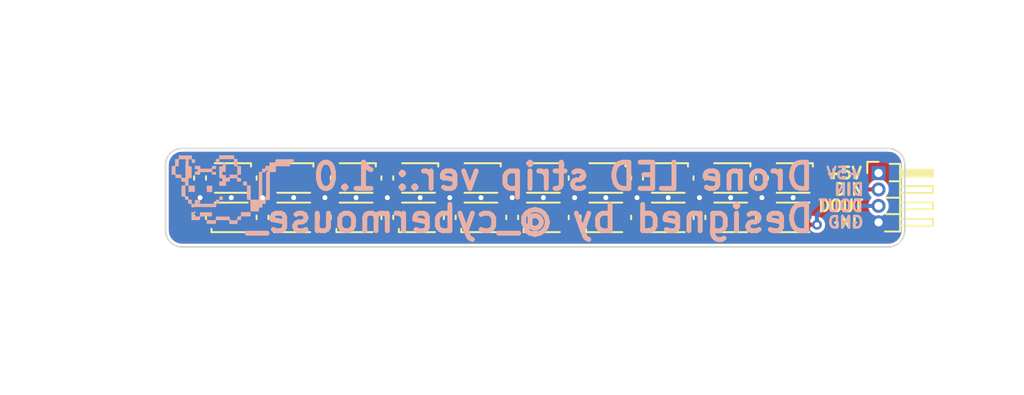
<source format=kicad_pcb>
(kicad_pcb (version 20211014) (generator pcbnew)

  (general
    (thickness 0.9)
  )

  (paper "A4")
  (layers
    (0 "F.Cu" signal)
    (31 "B.Cu" signal)
    (32 "B.Adhes" user "B.Adhesive")
    (33 "F.Adhes" user "F.Adhesive")
    (34 "B.Paste" user)
    (35 "F.Paste" user)
    (36 "B.SilkS" user "B.Silkscreen")
    (37 "F.SilkS" user "F.Silkscreen")
    (38 "B.Mask" user)
    (39 "F.Mask" user)
    (40 "Dwgs.User" user "User.Drawings")
    (41 "Cmts.User" user "User.Comments")
    (42 "Eco1.User" user "User.Eco1")
    (43 "Eco2.User" user "User.Eco2")
    (44 "Edge.Cuts" user)
    (45 "Margin" user)
    (46 "B.CrtYd" user "B.Courtyard")
    (47 "F.CrtYd" user "F.Courtyard")
    (48 "B.Fab" user)
    (49 "F.Fab" user)
    (50 "User.1" user)
    (51 "User.2" user)
    (52 "User.3" user)
    (53 "User.4" user)
    (54 "User.5" user)
    (55 "User.6" user)
    (56 "User.7" user)
    (57 "User.8" user)
    (58 "User.9" user)
  )

  (setup
    (stackup
      (layer "F.SilkS" (type "Top Silk Screen"))
      (layer "F.Paste" (type "Top Solder Paste"))
      (layer "F.Mask" (type "Top Solder Mask") (thickness 0.01))
      (layer "F.Cu" (type "copper") (thickness 0.035))
      (layer "dielectric 1" (type "core") (thickness 0.81) (material "FR4") (epsilon_r 4.5) (loss_tangent 0.02))
      (layer "B.Cu" (type "copper") (thickness 0.035))
      (layer "B.Mask" (type "Bottom Solder Mask") (thickness 0.01))
      (layer "B.Paste" (type "Bottom Solder Paste"))
      (layer "B.SilkS" (type "Bottom Silk Screen"))
      (copper_finish "None")
      (dielectric_constraints no)
    )
    (pad_to_mask_clearance 0)
    (pcbplotparams
      (layerselection 0x00010fc_ffffffff)
      (disableapertmacros false)
      (usegerberextensions false)
      (usegerberattributes true)
      (usegerberadvancedattributes true)
      (creategerberjobfile true)
      (svguseinch false)
      (svgprecision 6)
      (excludeedgelayer true)
      (plotframeref false)
      (viasonmask false)
      (mode 1)
      (useauxorigin false)
      (hpglpennumber 1)
      (hpglpenspeed 20)
      (hpglpendiameter 15.000000)
      (dxfpolygonmode true)
      (dxfimperialunits true)
      (dxfusepcbnewfont true)
      (psnegative false)
      (psa4output false)
      (plotreference true)
      (plotvalue true)
      (plotinvisibletext false)
      (sketchpadsonfab false)
      (subtractmaskfromsilk false)
      (outputformat 1)
      (mirror false)
      (drillshape 1)
      (scaleselection 1)
      (outputdirectory "")
    )
  )

  (net 0 "")
  (net 1 "+5V")
  (net 2 "GND")
  (net 3 "Net-(D1-Pad2)")
  (net 4 "Net-(D2-Pad2)")
  (net 5 "Net-(D3-Pad2)")
  (net 6 "Net-(D4-Pad2)")
  (net 7 "Net-(D5-Pad2)")
  (net 8 "DIN")
  (net 9 "Net-(D6-Pad2)")
  (net 10 "Net-(D7-Pad2)")
  (net 11 "Net-(D10-Pad4)")
  (net 12 "Net-(D10-Pad2)")
  (net 13 "Net-(D11-Pad2)")
  (net 14 "Net-(D19-Pad2)")
  (net 15 "Net-(D12-Pad2)")
  (net 16 "Net-(D13-Pad2)")
  (net 17 "Net-(D14-Pad2)")
  (net 18 "Net-(D15-Pad2)")
  (net 19 "Net-(D16-Pad2)")
  (net 20 "Net-(D17-Pad2)")
  (net 21 "Net-(D18-Pad2)")
  (net 22 "DOUT")
  (net 23 "Net-(D8-Pad2)")

  (footprint "footprint_lib:XL-0807RGBC-WS2812B" (layer "F.Cu") (at 105.7 109.5))

  (footprint "footprint_lib:XL-0807RGBC-WS2812B" (layer "F.Cu") (at 105.7 111.9 180))

  (footprint "Capacitor_SMD:C_0402_1005Metric" (layer "F.Cu") (at 115.2 111.9 90))

  (footprint "footprint_lib:XL-0807RGBC-WS2812B" (layer "F.Cu") (at 94.3 109.5))

  (footprint "Capacitor_SMD:C_0402_1005Metric" (layer "F.Cu") (at 96.2 109.5 -90))

  (footprint "Capacitor_SMD:C_0402_1005Metric" (layer "F.Cu") (at 111.4 111.9 90))

  (footprint "Connector_PinHeader_1.00mm:PinHeader_1x04_P1.00mm_Horizontal" (layer "F.Cu") (at 129.9 109.2))

  (footprint "Capacitor_SMD:C_0402_1005Metric" (layer "F.Cu") (at 92.4 111.9 90))

  (footprint "footprint_lib:XL-0807RGBC-WS2812B" (layer "F.Cu") (at 94.3 111.9 180))

  (footprint "Capacitor_SMD:C_0402_1005Metric" (layer "F.Cu") (at 103.8 109.5 -90))

  (footprint "Capacitor_SMD:C_0402_1005Metric" (layer "F.Cu") (at 96.2 111.9 90))

  (footprint "footprint_lib:XL-0807RGBC-WS2812B" (layer "F.Cu") (at 101.9 109.5))

  (footprint "footprint_lib:XL-0807RGBC-WS2812B" (layer "F.Cu") (at 124.7 111.9 180))

  (footprint "Capacitor_SMD:C_0402_1005Metric" (layer "F.Cu") (at 115.2 109.5 -90))

  (footprint "Capacitor_SMD:C_0402_1005Metric" (layer "F.Cu") (at 88.6 109.5 -90))

  (footprint "footprint_lib:XL-0807RGBC-WS2812B" (layer "F.Cu") (at 109.5 111.9 180))

  (footprint "Capacitor_SMD:C_0402_1005Metric" (layer "F.Cu") (at 103.8 111.9 90))

  (footprint "footprint_lib:XL-0807RGBC-WS2812B" (layer "F.Cu") (at 120.9 111.9 180))

  (footprint "footprint_lib:XL-0807RGBC-WS2812B" (layer "F.Cu") (at 117.1 109.5))

  (footprint "footprint_lib:XL-0807RGBC-WS2812B" (layer "F.Cu") (at 124.7 109.5))

  (footprint "Capacitor_SMD:C_0402_1005Metric" (layer "F.Cu") (at 88.6 111.9 90))

  (footprint "footprint_lib:XL-0807RGBC-WS2812B" (layer "F.Cu") (at 109.5 109.5))

  (footprint "footprint_lib:XL-0807RGBC-WS2812B" (layer "F.Cu") (at 113.3 109.5))

  (footprint "footprint_lib:XL-0807RGBC-WS2812B" (layer "F.Cu") (at 98.1 111.9 180))

  (footprint "Capacitor_SMD:C_0402_1005Metric" (layer "F.Cu") (at 100 111.9 90))

  (footprint "footprint_lib:XL-0807RGBC-WS2812B" (layer "F.Cu") (at 90.5 111.9 180))

  (footprint "Capacitor_SMD:C_0402_1005Metric" (layer "F.Cu") (at 119 109.5 -90))

  (footprint "footprint_lib:XL-0807RGBC-WS2812B" (layer "F.Cu") (at 113.3 111.9 180))

  (footprint "Capacitor_SMD:C_0402_1005Metric" (layer "F.Cu") (at 92.4 109.5 -90))

  (footprint "Capacitor_SMD:C_0402_1005Metric" (layer "F.Cu") (at 122.8 109.5 -90))

  (footprint "footprint_lib:XL-0807RGBC-WS2812B" (layer "F.Cu") (at 117.1 111.9 180))

  (footprint "Capacitor_SMD:C_0402_1005Metric" (layer "F.Cu") (at 119 111.9 90))

  (footprint "Capacitor_SMD:C_0402_1005Metric" (layer "F.Cu") (at 107.6 111.9 90))

  (footprint "Capacitor_SMD:C_0402_1005Metric" (layer "F.Cu") (at 122.8 111.9 90))

  (footprint "footprint_lib:XL-0807RGBC-WS2812B" (layer "F.Cu") (at 120.9 109.5))

  (footprint "Capacitor_SMD:C_0402_1005Metric" (layer "F.Cu") (at 107.6 109.5 -90))

  (footprint "footprint_lib:XL-0807RGBC-WS2812B" (layer "F.Cu") (at 101.9 111.9 180))

  (footprint "Capacitor_SMD:C_0402_1005Metric" (layer "F.Cu") (at 100 109.5 -90))

  (footprint "footprint_lib:XL-0807RGBC-WS2812B" (layer "F.Cu") (at 98.1 109.5))

  (footprint "footprint_lib:XL-0807RGBC-WS2812B" (layer "F.Cu") (at 90.5 109.5))

  (footprint "Capacitor_SMD:C_0402_1005Metric" (layer "F.Cu") (at 111.4 109.5 -90))

  (gr_poly
    (pts
      (xy 90.445811 108.113708)
      (xy 90.535126 108.114508)
      (xy 90.57803 108.114466)
      (xy 90.599251 108.114088)
      (xy 90.620395 108.113378)
      (xy 90.628488 108.113221)
      (xy 90.636036 108.113476)
      (xy 90.643037 108.114167)
      (xy 90.64633 108.114684)
      (xy 90.649485 108.115318)
      (xy 90.652501 108.116074)
      (xy 90.655378 108.116954)
      (xy 90.658115 108.11796)
      (xy 90.660712 108.119097)
      (xy 90.663169 108.120366)
      (xy 90.665484 108.121772)
      (xy 90.667658 108.123316)
      (xy 90.66969 108.125002)
      (xy 90.67158 108.126833)
      (xy 90.673327 108.128812)
      (xy 90.674931 108.130941)
      (xy 90.676391 108.133225)
      (xy 90.677707 108.135665)
      (xy 90.678879 108.138264)
      (xy 90.679905 108.141027)
      (xy 90.680787 108.143955)
      (xy 90.681522 108.147052)
      (xy 90.682111 108.15032)
      (xy 90.682553 108.153763)
      (xy 90.682849 108.157384)
      (xy 90.682996 108.161185)
      (xy 90.682996 108.16517)
      (xy 90.682847 108.169341)
      (xy 90.682549 108.173702)
      (xy 90.682117 108.17995)
      (xy 90.681849 108.186213)
      (xy 90.681703 108.198775)
      (xy 90.681912 108.211368)
      (xy 90.682278 108.223972)
      (xy 90.682602 108.236568)
      (xy 90.682687 108.249137)
      (xy 90.682577 108.255405)
      (xy 90.682333 108.261658)
      (xy 90.68193 108.267895)
      (xy 90.681343 108.274112)
      (xy 90.680896 108.278788)
      (xy 90.680615 108.283259)
      (xy 90.680498 108.287527)
      (xy 90.680545 108.291594)
      (xy 90.680754 108.295465)
      (xy 90.681126 108.299141)
      (xy 90.681658 108.302625)
      (xy 90.682352 108.305921)
      (xy 90.683205 108.30903)
      (xy 90.684218 108.311956)
      (xy 90.685388 108.314702)
      (xy 90.686717 108.31727)
      (xy 90.688202 108.319663)
      (xy 90.689843 108.321885)
      (xy 90.69164 108.323936)
      (xy 90.693592 108.325822)
      (xy 90.695697 108.327543)
      (xy 90.697956 108.329104)
      (xy 90.700367 108.330507)
      (xy 90.702929 108.331754)
      (xy 90.705643 108.332848)
      (xy 90.708506 108.333793)
      (xy 90.71152 108.334591)
      (xy 90.714681 108.335245)
      (xy 90.717991 108.335758)
      (xy 90.721448 108.336132)
      (xy 90.725052 108.33637)
      (xy 90.728801 108.336475)
      (xy 90.736733 108.336298)
      (xy 90.745239 108.335622)
      (xy 90.749498 108.335234)
      (xy 90.753766 108.334949)
      (xy 90.762328 108.33464)
      (xy 90.770917 108.3346)
      (xy 90.779525 108.334734)
      (xy 90.796765 108.335141)
      (xy 90.805379 108.335223)
      (xy 90.81398 108.335097)
      (xy 90.822597 108.335057)
      (xy 90.830649 108.335495)
      (xy 90.834462 108.3359)
      (xy 90.838133 108.336432)
      (xy 90.841662 108.337095)
      (xy 90.845048 108.33789)
      (xy 90.848293 108.33882)
      (xy 90.851395 108.339889)
      (xy 90.854354 108.341098)
      (xy 90.857171 108.34245)
      (xy 90.859845 108.343949)
      (xy 90.862375 108.345596)
      (xy 90.864763 108.347394)
      (xy 90.867008 108.349346)
      (xy 90.869109 108.351454)
      (xy 90.871067 108.353721)
      (xy 90.872881 108.356151)
      (xy 90.874552 108.358744)
      (xy 90.876078 108.361505)
      (xy 90.877461 108.364436)
      (xy 90.878699 108.367538)
      (xy 90.879794 108.370816)
      (xy 90.880744 108.374272)
      (xy 90.881549 108.377907)
      (xy 90.88221 108.381726)
      (xy 90.882726 108.38573)
      (xy 90.883098 108.389922)
      (xy 90.883324 108.394305)
      (xy 90.883405 108.398882)
      (xy 90.883341 108.403654)
      (xy 90.882495 108.442655)
      (xy 90.882065 108.481667)
      (xy 90.881968 108.559711)
      (xy 90.882079 108.637765)
      (xy 90.881427 108.715805)
      (xy 90.881454 108.722685)
      (xy 90.881799 108.729083)
      (xy 90.882484 108.735002)
      (xy 90.882962 108.737781)
      (xy 90.883533 108.740441)
      (xy 90.884201 108.742981)
      (xy 90.884969 108.745401)
      (xy 90.885839 108.747702)
      (xy 90.886814 108.749884)
      (xy 90.887897 108.751946)
      (xy 90.889091 108.753889)
      (xy 90.890399 108.755713)
      (xy 90.891824 108.757417)
      (xy 90.893368 108.759003)
      (xy 90.895035 108.760471)
      (xy 90.896827 108.761819)
      (xy 90.898747 108.763049)
      (xy 90.900798 108.76416)
      (xy 90.902982 108.765153)
      (xy 90.905304 108.766028)
      (xy 90.907765 108.766785)
      (xy 90.910369 108.767423)
      (xy 90.913118 108.767943)
      (xy 90.916015 108.768346)
      (xy 90.919063 108.76863)
      (xy 90.922265 108.768797)
      (xy 90.925624 108.768847)
      (xy 90.929142 108.768779)
      (xy 90.932823 108.768593)
      (xy 90.947327 108.767869)
      (xy 90.961853 108.767514)
      (xy 90.976397 108.767432)
      (xy 90.990952 108.767526)
      (xy 91.020079 108.767861)
      (xy 91.034639 108.76791)
      (xy 91.04919 108.76775)
      (xy 91.054821 108.767804)
      (xy 91.057485 108.767962)
      (xy 91.060049 108.768207)
      (xy 91.062513 108.76854)
      (xy 91.064879 108.768961)
      (xy 91.067146 108.769471)
      (xy 91.069316 108.77007)
      (xy 91.071389 108.770759)
      (xy 91.073366 108.771538)
      (xy 91.075247 108.772408)
      (xy 91.077034 108.773368)
      (xy 91.078726 108.774419)
      (xy 91.080325 108.775563)
      (xy 91.081831 108.776798)
      (xy 91.083245 108.778126)
      (xy 91.084568 108.779547)
      (xy 91.085799 108.781061)
      (xy 91.086941 108.782669)
      (xy 91.087993 108.784372)
      (xy 91.088956 108.786169)
      (xy 91.08983 108.788061)
      (xy 91.090618 108.790049)
      (xy 91.091318 108.792132)
      (xy 91.091932 108.794312)
      (xy 91.092461 108.796589)
      (xy 91.092905 108.798963)
      (xy 91.093265 108.801435)
      (xy 91.093541 108.804004)
      (xy 91.093734 108.806672)
      (xy 91.093875 108.812306)
      (xy 91.093391 109.262057)
      (xy 91.093236 109.267298)
      (xy 91.093039 109.269775)
      (xy 91.092762 109.272156)
      (xy 91.092403 109.274443)
      (xy 91.091964 109.276636)
      (xy 91.091444 109.278736)
      (xy 91.090842 109.280743)
      (xy 91.090159 109.282659)
      (xy 91.089393 109.284483)
      (xy 91.088545 109.286217)
      (xy 91.087615 109.287861)
      (xy 91.086602 109.289415)
      (xy 91.085506 109.290882)
      (xy 91.084326 109.29226)
      (xy 91.083063 109.293551)
      (xy 91.081716 109.294756)
      (xy 91.080285 109.295875)
      (xy 91.078769 109.296909)
      (xy 91.077169 109.297858)
      (xy 91.075484 109.298724)
      (xy 91.073713 109.299506)
      (xy 91.071857 109.300206)
      (xy 91.069915 109.300824)
      (xy 91.067887 109.30136)
      (xy 91.065773 109.301817)
      (xy 91.063572 109.302193)
      (xy 91.061284 109.302491)
      (xy 91.058909 109.30271)
      (xy 91.056447 109.302851)
      (xy 91.051259 109.302902)
      (xy 91.037372 109.30276)
      (xy 91.023479 109.302804)
      (xy 90.995687 109.303139)
      (xy 90.967909 109.303283)
      (xy 90.954033 109.303087)
      (xy 90.940168 109.302608)
      (xy 90.934229 109.302466)
      (xy 90.928724 109.302626)
      (xy 90.923642 109.303107)
      (xy 90.921257 109.303474)
      (xy 90.918975 109.303928)
      (xy 90.916793 109.304471)
      (xy 90.914711 109.305106)
      (xy 90.912729 109.305836)
      (xy 90.910843 109.306662)
      (xy 90.909054 109.307587)
      (xy 90.907359 109.308614)
      (xy 90.905759 109.309744)
      (xy 90.904251 109.31098)
      (xy 90.902834 109.312325)
      (xy 90.901508 109.31378)
      (xy 90.900271 109.315348)
      (xy 90.899121 109.317031)
      (xy 90.898058 109.318833)
      (xy 90.89708 109.320754)
      (xy 90.896186 109.322798)
      (xy 90.895375 109.324966)
      (xy 90.894645 109.327261)
      (xy 90.893996 109.329686)
      (xy 90.893426 109.332243)
      (xy 90.892934 109.334934)
      (xy 90.89218 109.340727)
      (xy 90.891723 109.347085)
      (xy 90.889661 109.396355)
      (xy 90.889373 109.416333)
      (xy 90.889864 109.433493)
      (xy 90.890468 109.441084)
      (xy 90.891347 109.448052)
      (xy 90.892527 109.454424)
      (xy 90.894036 109.460227)
      (xy 90.8959 109.465488)
      (xy 90.898145 109.470233)
      (xy 90.900798 109.474491)
      (xy 90.903886 109.478287)
      (xy 90.907436 109.481649)
      (xy 90.911473 109.484605)
      (xy 90.916026 109.48718)
      (xy 90.92112 109.489402)
      (xy 90.926782 109.491298)
      (xy 90.93304 109.492895)
      (xy 90.939918 109.49422)
      (xy 90.947445 109.4953)
      (xy 90.964551 109.496834)
      (xy 90.984569 109.497712)
      (xy 91.034197 109.498365)
      (xy 91.041975 109.498578)
      (xy 91.049193 109.499132)
      (xy 91.055853 109.500052)
      (xy 91.058976 109.500657)
      (xy 91.061961 109.501362)
      (xy 91.064809 109.502171)
      (xy 91.06752 109.503087)
      (xy 91.070095 109.504112)
      (xy 91.072535 109.50525)
      (xy 91.07484 109.506503)
      (xy 91.07701 109.507875)
      (xy 91.079046 109.509369)
      (xy 91.080948 109.510988)
      (xy 91.082718 109.512735)
      (xy 91.084355 109.514612)
      (xy 91.08586 109.516624)
      (xy 91.087234 109.518772)
      (xy 91.088477 109.52106)
      (xy 91.089589 109.523492)
      (xy 91.090572 109.526069)
      (xy 91.091425 109.528795)
      (xy 91.09215 109.531674)
      (xy 91.092746 109.534707)
      (xy 91.093215 109.537899)
      (xy 91.093556 109.541252)
      (xy 91.09377 109.544769)
      (xy 91.093859 109.548454)
      (xy 91.093659 109.556336)
      (xy 91.092983 109.571515)
      (xy 91.092578 109.586709)
      (xy 91.092349 109.617127)
      (xy 91.092614 109.678)
      (xy 91.092474 109.682949)
      (xy 91.092073 109.687654)
      (xy 91.091399 109.692104)
      (xy 91.090441 109.696287)
      (xy 91.08985 109.698276)
      (xy 91.089184 109.700194)
      (xy 91.088441 109.702041)
      (xy 91.087619 109.703814)
      (xy 91.086717 109.705512)
      (xy 91.085732 109.707135)
      (xy 91.084664 109.70868)
      (xy 91.083512 109.710147)
      (xy 91.082273 109.711534)
      (xy 91.080946 109.712839)
      (xy 91.079529 109.714062)
      (xy 91.078022 109.715201)
      (xy 91.076422 109.716254)
      (xy 91.074728 109.717221)
      (xy 91.072938 109.7181)
      (xy 91.071052 109.718889)
      (xy 91.069067 109.719588)
      (xy 91.066981 109.720194)
      (xy 91.064795 109.720707)
      (xy 91.062505 109.721125)
      (xy 91.06011 109.721447)
      (xy 91.05761 109.721672)
      (xy 91.055002 109.721798)
      (xy 91.052284 109.721824)
      (xy 90.888337 109.72031)
      (xy 90.88281 109.720101)
      (xy 90.880193 109.719873)
      (xy 90.877672 109.719561)
      (xy 90.875249 109.719166)
      (xy 90.872922 109.718687)
      (xy 90.870691 109.718122)
      (xy 90.868556 109.717472)
      (xy 90.866516 109.716735)
      (xy 90.864572 109.715911)
      (xy 90.862723 109.714999)
      (xy 90.860968 109.713999)
      (xy 90.859308 109.71291)
      (xy 90.857742 109.711731)
      (xy 90.85627 109.710461)
      (xy 90.854891 109.709101)
      (xy 90.853605 109.707648)
      (xy 90.852413 109.706104)
      (xy 90.851313 109.704466)
      (xy 90.850305 109.702734)
      (xy 90.849389 109.700908)
      (xy 90.848565 109.698987)
      (xy 90.847832 109.69697)
      (xy 90.847191 109.694857)
      (xy 90.84664 109.692646)
      (xy 90.84618 109.690338)
      (xy 90.84581 109.687932)
      (xy 90.84553 109.685426)
      (xy 90.84534 109.682821)
      (xy 90.845239 109.680115)
      (xy 90.845304 109.6744)
      (xy 90.845722 109.660531)
      (xy 90.845884 109.646653)
      (xy 90.845712 109.618877)
      (xy 90.845331 109.591089)
      (xy 90.845231 109.577196)
      (xy 90.845282 109.563307)
      (xy 90.845188 109.558497)
      (xy 90.845031 109.556221)
      (xy 90.844799 109.55403)
      (xy 90.844493 109.551924)
      (xy 90.844112 109.549903)
      (xy 90.843657 109.547965)
      (xy 90.843125 109.54611)
      (xy 90.842518 109.544338)
      (xy 90.841834 109.542647)
      (xy 90.841075 109.541038)
      (xy 90.840238 109.53951)
      (xy 90.839324 109.538061)
      (xy 90.838332 109.536693)
      (xy 90.837263 109.535403)
      (xy 90.836116 109.534192)
      (xy 90.83489 109.533059)
      (xy 90.833585 109.532003)
      (xy 90.832201 109.531024)
      (xy 90.830737 109.530121)
      (xy 90.829193 109.529294)
      (xy 90.82757 109.528541)
      (xy 90.825865 109.527863)
      (xy 90.82408 109.527259)
      (xy 90.822214 109.526729)
      (xy 90.820266 109.526271)
      (xy 90.818236 109.525885)
      (xy 90.816123 109.52557)
      (xy 90.813929 109.525327)
      (xy 90.811651 109.525154)
      (xy 90.806845 109.525017)
      (xy 90.629591 109.524798)
      (xy 90.45234 109.523971)
      (xy 90.446611 109.524093)
      (xy 90.443913 109.524276)
      (xy 90.441326 109.524543)
      (xy 90.438848 109.524893)
      (xy 90.436479 109.525327)
      (xy 90.434218 109.525847)
      (xy 90.432064 109.526454)
      (xy 90.430017 109.527148)
      (xy 90.428076 109.527931)
      (xy 90.42624 109.528802)
      (xy 90.424508 109.529764)
      (xy 90.42288 109.530817)
      (xy 90.421355 109.531962)
      (xy 90.419932 109.5332)
      (xy 90.41861 109.534532)
      (xy 90.417389 109.535959)
      (xy 90.416268 109.537481)
      (xy 90.415247 109.5391)
      (xy 90.414324 109.540817)
      (xy 90.413499 109.542632)
      (xy 90.41277 109.544546)
      (xy 90.412139 109.546561)
      (xy 90.411602 109.548676)
      (xy 90.411161 109.550894)
      (xy 90.410814 109.553216)
      (xy 90.41056 109.555641)
      (xy 90.410399 109.558171)
      (xy 90.410329 109.560806)
      (xy 90.410351 109.563549)
      (xy 90.410666 109.569358)
      (xy 90.411491 109.581862)
      (xy 90.411984 109.594392)
      (xy 90.412237 109.606941)
      (xy 90.412346 109.619503)
      (xy 90.412504 109.644637)
      (xy 90.412742 109.657196)
      (xy 90.41321 109.66974)
      (xy 90.413366 109.676151)
      (xy 90.41317 109.682084)
      (xy 90.412935 109.684873)
      (xy 90.412606 109.687544)
      (xy 90.41218 109.690099)
      (xy 90.411656 109.692538)
      (xy 90.411031 109.694861)
      (xy 90.410304 109.69707)
      (xy 90.409471 109.699165)
      (xy 90.408532 109.701147)
      (xy 90.407483 109.703016)
      (xy 90.406323 109.704774)
      (xy 90.40505 109.70642)
      (xy 90.403662 109.707957)
      (xy 90.402156 109.709383)
      (xy 90.40053 109.710701)
      (xy 90.398783 109.711911)
      (xy 90.396911 109.713013)
      (xy 90.394914 109.714009)
      (xy 90.392788 109.714898)
      (xy 90.390532 109.715683)
      (xy 90.388144 109.716362)
      (xy 90.385622 109.716938)
      (xy 90.382963 109.717411)
      (xy 90.380165 109.717781)
      (xy 90.377226 109.71805)
      (xy 90.374145 109.718217)
      (xy 90.370918 109.718284)
      (xy 90.364021 109.718121)
      (xy 90.342322 109.717117)
      (xy 90.320474 109.716369)
      (xy 90.298377 109.716012)
      (xy 90.275931 109.716179)
      (xy 90.253034 109.717007)
      (xy 90.229586 109.718629)
      (xy 90.205486 109.721181)
      (xy 90.19316 109.722848)
      (xy 90.180634 109.724797)
      (xy 90.180081 109.821585)
      (xy 90.180171 109.870058)
      (xy 90.180536 109.894296)
      (xy 90.181201 109.918526)
      (xy 90.181273 109.926713)
      (xy 90.180893 109.93426)
      (xy 90.180528 109.937797)
      (xy 90.180044 109.94118)
      (xy 90.179439 109.94441)
      (xy 90.178711 109.947488)
      (xy 90.177859 109.950416)
      (xy 90.17688 109.953195)
      (xy 90.175772 109.955829)
      (xy 90.174534 109.958317)
      (xy 90.173164 109.960662)
      (xy 90.17166 109.962866)
      (xy 90.170019 109.964929)
      (xy 90.16824 109.966855)
      (xy 90.166322 109.968644)
      (xy 90.164261 109.970298)
      (xy 90.162057 109.971819)
      (xy 90.159707 109.973208)
      (xy 90.15721 109.974468)
      (xy 90.154563 109.975599)
      (xy 90.151764 109.976605)
      (xy 90.148813 109.977485)
      (xy 90.145706 109.978242)
      (xy 90.142442 109.978878)
      (xy 90.139019 109.979394)
      (xy 90.135435 109.979792)
      (xy 90.127777 109.98024)
      (xy 90.119453 109.980236)
      (xy 90.049373 109.978977)
      (xy 89.979265 109.978691)
      (xy 89.909149 109.979138)
      (xy 89.839045 109.980083)
      (xy 89.830234 109.979998)
      (xy 89.822013 109.979438)
      (xy 89.818124 109.978975)
      (xy 89.814383 109.978386)
      (xy 89.810789 109.97767)
      (xy 89.807344 109.976824)
      (xy 89.804046 109.975845)
      (xy 89.800896 109.974732)
      (xy 89.797894 109.973482)
      (xy 89.795041 109.972092)
      (xy 89.792336 109.970561)
      (xy 89.789779 109.968886)
      (xy 89.78737 109.967065)
      (xy 89.78511 109.965096)
      (xy 89.782999 109.962975)
      (xy 89.781036 109.960701)
      (xy 89.779221 109.958272)
      (xy 89.777556 109.955685)
      (xy 89.776039 109.952938)
      (xy 89.774672 109.950029)
      (xy 89.773453 109.946955)
      (xy 89.772384 109.943713)
      (xy 89.771463 109.940303)
      (xy 89.770692 109.93672)
      (xy 89.77007 109.932964)
      (xy 89.769598 109.929031)
      (xy 89.769275 109.92492)
      (xy 89.769101 109.920628)
      (xy 89.769078 109.916152)
      (xy 89.769204 109.911491)
      (xy 89.769866 109.892337)
      (xy 89.770265 109.87317)
      (xy 89.770443 109.83481)
      (xy 89.769518 109.758069)
      (xy 89.769616 109.751338)
      (xy 89.770113 109.745032)
      (xy 89.770514 109.742039)
      (xy 89.771017 109.739154)
      (xy 89.771623 109.736376)
      (xy 89.772334 109.733705)
      (xy 89.77315 109.731142)
      (xy 89.774072 109.728687)
      (xy 89.775102 109.72634)
      (xy 89.776239 109.724102)
      (xy 89.777485 109.721972)
      (xy 89.778841 109.719951)
      (xy 89.780308 109.718039)
      (xy 89.781887 109.716236)
      (xy 89.783578 109.714543)
      (xy 89.785382 109.712959)
      (xy 89.787301 109.711485)
      (xy 89.789335 109.710121)
      (xy 89.791485 109.708868)
      (xy 89.793752 109.707725)
      (xy 89.796137 109.706692)
      (xy 89.798642 109.705771)
      (xy 89.801266 109.70496)
      (xy 89.804011 109.704261)
      (xy 89.806877 109.703674)
      (xy 89.809866 109.703198)
      (xy 89.812979 109.702834)
      (xy 89.816215 109.702582)
      (xy 89.819578 109.702443)
      (xy 89.823066 109.702416)
      (xy 89.834308 109.702427)
      (xy 89.845553 109.702309)
      (xy 89.868043 109.701891)
      (xy 89.890529 109.70158)
      (xy 89.901767 109.701595)
      (xy 89.913001 109.701794)
      (xy 89.91592 109.70183)
      (xy 89.918715 109.701775)
      (xy 89.921388 109.70163)
      (xy 89.923941 109.701393)
      (xy 89.926376 109.701065)
      (xy 89.928697 109.700646)
      (xy 89.930904 109.700134)
      (xy 89.933001 109.699531)
      (xy 89.934991 109.698836)
      (xy 89.936874 109.698049)
      (xy 89.938654 109.697169)
      (xy 89.940334 109.696196)
      (xy 89.941915 109.695131)
      (xy 89.943399 109.693972)
      (xy 89.94479 109.692721)
      (xy 89.94609 109.691376)
      (xy 89.9473 109.689937)
      (xy 89.948424 109.688405)
      (xy 89.949464 109.686779)
      (xy 89.950422 109.685059)
      (xy 89.9513 109.683244)
      (xy 89.952101 109.681335)
      (xy 89.952827 109.679331)
      (xy 89.953481 109.677233)
      (xy 89.954065 109.675039)
      (xy 89.954581 109.672751)
      (xy 89.95542 109.667887)
      (xy 89.956017 109.66264)
      (xy 89.956391 109.657009)
      (xy 89.958264 109.611137)
      (xy 89.958505 109.59253)
      (xy 89.958015 109.576533)
      (xy 89.957434 109.569448)
      (xy 89.956596 109.562938)
      (xy 89.955475 109.556976)
      (xy 89.954046 109.551538)
      (xy 89.952284 109.546597)
      (xy 89.950165 109.542126)
      (xy 89.947664 109.538102)
      (xy 89.944754 109.534496)
      (xy 89.941412 109.531284)
      (xy 89.937613 109.52844)
      (xy 89.933331 109.525938)
      (xy 89.928541 109.523751)
      (xy 89.923218 109.521855)
      (xy 89.917338 109.520222)
      (xy 89.910874 109.518828)
      (xy 89.903804 109.517646)
      (xy 89.887739 109.515816)
      (xy 89.868943 109.514524)
      (xy 89.822359 109.512729)
      (xy 89.81511 109.512335)
      (xy 89.808406 109.511618)
      (xy 89.802236 109.510557)
      (xy 89.799349 109.50989)
      (xy 89.796591 109.509131)
      (xy 89.793961 109.508274)
      (xy 89.791459 109.507319)
      (xy 89.789082 109.506263)
      (xy 89.786831 109.505102)
      (xy 89.784702 109.503835)
      (xy 89.782696 109.502459)
      (xy 89.78081 109.500971)
      (xy 89.779044 109.499368)
      (xy 89.777396 109.497649)
      (xy 89.775865 109.49581)
      (xy 89.774449 109.493849)
      (xy 89.773148 109.491763)
      (xy 89.77196 109.48955)
      (xy 89.770884 109.487208)
      (xy 89.769918 109.484733)
      (xy 89.769062 109.482122)
      (xy 89.768313 109.479375)
      (xy 89.767671 109.476487)
      (xy 89.767135 109.473457)
      (xy 89.766703 109.470281)
      (xy 89.766373 109.466957)
      (xy 89.766145 109.463483)
      (xy 89.765989 109.456073)
      (xy 89.766739 109.151828)
      (xy 89.765524 108.847586)
      (xy 89.765661 108.839681)
      (xy 89.766207 108.83238)
      (xy 89.766637 108.828954)
      (xy 89.767175 108.825676)
      (xy 89.767823 108.822545)
      (xy 89.768581 108.819561)
      (xy 89.769453 108.816722)
      (xy 89.770439 108.814028)
      (xy 89.771541 108.811477)
      (xy 89.772762 108.809068)
      (xy 89.774103 108.806802)
      (xy 89.775565 108.804675)
      (xy 89.777151 108.802689)
      (xy 89.778862 108.800841)
      (xy 89.7807 108.799131)
      (xy 89.782667 108.797558)
      (xy 89.784764 108.79612)
      (xy 89.786994 108.794818)
      (xy 89.789358 108.793649)
      (xy 89.791858 108.792613)
      (xy 89.794496 108.791709)
      (xy 89.797273 108.790937)
      (xy 89.800191 108.790294)
      (xy 89.803252 108.789781)
      (xy 89.806458 108.789395)
      (xy 89.80981 108.789137)
      (xy 89.813311 108.789005)
      (xy 89.816962 108.788998)
      (xy 89.824721 108.789357)
      (xy 89.833277 108.789839)
      (xy 89.841853 108.790047)
      (xy 89.850444 108.790045)
      (xy 89.859047 108.789897)
      (xy 89.876267 108.789419)
      (xy 89.884877 108.789218)
      (xy 89.893479 108.789128)
      (xy 89.921378 108.788915)
      (xy 89.932664 108.788494)
      (xy 89.94234 108.787693)
      (xy 89.946613 108.78711)
      (xy 89.95053 108.786384)
      (xy 89.954105 108.785499)
      (xy 89.957356 108.784438)
      (xy 89.960297 108.783186)
      (xy 89.962943 108.781727)
      (xy 89.965311 108.780045)
      (xy 89.967415 108.778124)
      (xy 89.969271 108.775948)
      (xy 89.970895 108.7735)
      (xy 89.972302 108.770765)
      (xy 89.973506 108.767727)
      (xy 89.974525 108.764369)
      (xy 89.975373 108.760677)
      (xy 89.976066 108.756633)
      (xy 89.976619 108.752221)
      (xy 89.977368 108.742233)
      (xy 89.977743 108.730583)
      (xy 89.977866 108.701786)
      (xy 89.977704 108.662099)
      (xy 89.977717 108.642257)
      (xy 89.977946 108.622419)
      (xy 89.978279 108.612456)
      (xy 89.978916 108.603501)
      (xy 89.979907 108.595509)
      (xy 89.980552 108.591858)
      (xy 89.981305 108.588429)
      (xy 89.982172 108.585217)
      (xy 89.98316 108.582215)
      (xy 89.984275 108.579418)
      (xy 89.985523 108.576819)
      (xy 89.986911 108.574412)
      (xy 89.988445 108.572192)
      (xy 89.990131 108.570152)
      (xy 89.991977 108.568287)
      (xy 89.993988 108.56659)
      (xy 89.99617 108.565055)
      (xy 89.998531 108.563677)
      (xy 90.001076 108.56245)
      (xy 90.003812 108.561367)
      (xy 90.006745 108.560422)
      (xy 90.009882 108.55961)
      (xy 90.013229 108.558925)
      (xy 90.016793 108.55836)
      (xy 90.020579 108.55791)
      (xy 90.028845 108.557328)
      (xy 90.038079 108.557134)
      (xy 90.048331 108.557277)
      (xy 90.054938 108.557528)
      (xy 90.061543 108.557909)
      (xy 90.06814 108.558408)
      (xy 90.074726 108.559013)
      (xy 90.08947 108.560536)
      (xy 90.102454 108.562081)
      (xy 90.113792 108.563772)
      (xy 90.123595 108.565735)
      (xy 90.127956 108.566857)
      (xy 90.131974 108.568094)
      (xy 90.135666 108.569462)
      (xy 90.139043 108.570975)
      (xy 90.14212 108.572651)
      (xy 90.144912 108.574504)
      (xy 90.147432 108.576549)
      (xy 90.149694 108.578804)
      (xy 90.151712 108.581283)
      (xy 90.153501 108.584003)
      (xy 90.155073 108.586977)
      (xy 90.156444 108.590224)
      (xy 90.157627 108.593757)
      (xy 90.158636 108.597593)
      (xy 90.159486 108.601747)
      (xy 90.160189 108.606236)
      (xy 90.161215 108.616277)
      (xy 90.161825 108.627842)
      (xy 90.162132 108.641056)
      (xy 90.162247 108.656045)
      (xy 90.162461 108.865039)
      (xy 90.16283 108.969531)
      (xy 90.163966 109.07401)
      (xy 90.163955 109.080566)
      (xy 90.163687 109.086651)
      (xy 90.163132 109.092269)
      (xy 90.162264 109.097423)
      (xy 90.161703 109.099827)
      (xy 90.161054 109.102115)
      (xy 90.160312 109.104289)
      (xy 90.159473 109.106349)
      (xy 90.158536 109.108294)
      (xy 90.157495 109.110126)
      (xy 90.156347 109.111845)
      (xy 90.15509 109.113451)
      (xy 90.153719 109.114943)
      (xy 90.15223 109.116324)
      (xy 90.150621 109.117593)
      (xy 90.148888 109.11875)
      (xy 90.147027 109.119796)
      (xy 90.145035 109.120731)
      (xy 90.142908 109.121555)
      (xy 90.140644 109.12227)
      (xy 90.138237 109.122874)
      (xy 90.135685 109.123369)
      (xy 90.132984 109.123755)
      (xy 90.130131 109.124031)
      (xy 90.127122 109.1242)
      (xy 90.123954 109.12426)
      (xy 90.117125 109.124057)
      (xy 90.102615 109.123425)
      (xy 90.088085 109.123151)
      (xy 90.073541 109.123141)
      (xy 90.058985 109.123299)
      (xy 90.029862 109.123734)
      (xy 90.015304 109.12382)
      (xy 90.000753 109.123691)
      (xy 89.995536 109.123745)
      (xy 89.990662 109.124109)
      (xy 89.988354 109.124409)
      (xy 89.986132 109.124789)
      (xy 89.983996 109.125248)
      (xy 89.981946 109.125789)
      (xy 89.979982 109.126411)
      (xy 89.978105 109.127114)
      (xy 89.976315 109.127901)
      (xy 89.974611 109.128771)
      (xy 89.972994 109.129725)
      (xy 89.971464 109.130763)
      (xy 89.970021 109.131886)
      (xy 89.968665 109.133096)
      (xy 89.967396 109.134392)
      (xy 89.966215 109.135774)
      (xy 89.965121 109.137245)
      (xy 89.964114 109.138804)
      (xy 89.963196 109.140452)
      (xy 89.962365 109.14219)
      (xy 89.961621 109.144018)
      (xy 89.960966 109.145936)
      (xy 89.960399 109.147947)
      (xy 89.959921 109.150049)
      (xy 89.95953 109.152245)
      (xy 89.959228 109.154533)
      (xy 89.959015 109.156916)
      (xy 89.95889 109.159394)
      (xy 89.958854 109.161967)
      (xy 89.958906 109.164635)
      (xy 89.958924 109.165296)
      (xy 89.95893 109.165957)
      (xy 89.958925 109.166618)
      (xy 89.958912 109.16728)
      (xy 89.958862 109.168603)
      (xy 89.95879 109.169924)
      (xy 89.956187 109.217531)
      (xy 89.955701 109.236807)
      (xy 89.956028 109.253354)
      (xy 89.95656 109.260671)
      (xy 89.957371 109.267388)
      (xy 89.958487 109.27353)
      (xy 89.959933 109.279126)
      (xy 89.961735 109.284202)
      (xy 89.963917 109.288786)
      (xy 89.966506 109.292903)
      (xy 89.969526 109.296583)
      (xy 89.973003 109.299851)
      (xy 89.976962 109.302735)
      (xy 89.981429 109.305262)
      (xy 89.986428 109.307459)
      (xy 89.991986 109.309353)
      (xy 89.998127 109.310971)
      (xy 90.004877 109.31234)
      (xy 90.012262 109.313488)
      (xy 90.029035 109.315227)
      (xy 90.048649 109.316406)
      (xy 90.097213 109.317946)
      (xy 90.125343 109.318855)
      (xy 90.136684 109.319561)
      (xy 90.14635 109.320605)
      (xy 90.150589 109.321292)
      (xy 90.154448 109.322112)
      (xy 90.157942 109.32308)
      (xy 90.161083 109.324212)
      (xy 90.163885 109.325523)
      (xy 90.166361 109.32703)
      (xy 90.168524 109.328749)
      (xy 90.170388 109.330695)
      (xy 90.171966 109.332884)
      (xy 90.17327 109.335333)
      (xy 90.174314 109.338057)
      (xy 90.175112 109.341072)
      (xy 90.175677 109.344394)
      (xy 90.176021 109.348039)
      (xy 90.176159 109.352023)
      (xy 90.176103 109.356361)
      (xy 90.175462 109.366166)
      (xy 90.174206 109.377581)
      (xy 90.170271 109.405748)
      (xy 90.168501 109.418081)
      (xy 90.167084 109.428905)
      (xy 90.166105 109.438322)
      (xy 90.16565 109.44643)
      (xy 90.165646 109.450025)
      (xy 90.165805 109.45333)
      (xy 90.166138 109.456359)
      (xy 90.166656 109.459123)
      (xy 90.167369 109.461635)
      (xy 90.168288 109.463908)
      (xy 90.169423 109.465953)
      (xy 90.170787 109.467785)
      (xy 90.172388 109.469414)
      (xy 90.174239 109.470854)
      (xy 90.176349 109.472118)
      (xy 90.17873 109.473216)
      (xy 90.181392 109.474163)
      (xy 90.184345 109.474971)
      (xy 90.187601 109.475652)
      (xy 90.191171 109.476219)
      (xy 90.199293 109.477059)
      (xy 90.208796 109.477592)
      (xy 90.219768 109.477919)
      (xy 90.232293 109.478138)
      (xy 90.242875 109.478256)
      (xy 90.248166 109.478275)
      (xy 90.253457 109.478261)
      (xy 90.296593 109.478129)
      (xy 90.314627 109.477847)
      (xy 90.330464 109.477114)
      (xy 90.344221 109.475701)
      (xy 90.350358 109.474668)
      (xy 90.356019 109.473379)
      (xy 90.36122 109.471805)
      (xy 90.365975 109.469918)
      (xy 90.3703 109.467688)
      (xy 90.374209 109.465088)
      (xy 90.377717 109.462088)
      (xy 90.380839 109.45866)
      (xy 90.38359 109.454775)
      (xy 90.385984 109.450404)
      (xy 90.388037 109.445519)
      (xy 90.389763 109.440091)
      (xy 90.391177 109.434091)
      (xy 90.392294 109.427491)
      (xy 90.393129 109.420262)
      (xy 90.393697 109.412375)
      (xy 90.394089 109.394513)
      (xy 90.393591 109.373675)
      (xy 90.39232 109.349632)
      (xy 90.392163 109.346135)
      (xy 90.392141 109.342773)
      (xy 90.392252 109.339547)
      (xy 90.392496 109.336453)
      (xy 90.392871 109.33349)
      (xy 90.393375 109.330657)
      (xy 90.394008 109.327952)
      (xy 90.394768 109.325373)
      (xy 90.395654 109.322919)
      (xy 90.396666 109.320589)
      (xy 90.397801 109.318381)
      (xy 90.399058 109.316292)
      (xy 90.400437 109.314322)
      (xy 90.401936 109.31247)
      (xy 90.403554 109.310732)
      (xy 90.40529 109.309109)
      (xy 90.407142 109.307598)
      (xy 90.40911 109.306197)
      (xy 90.411191 109.304906)
      (xy 90.413385 109.303722)
      (xy 90.415691 109.302645)
      (xy 90.418108 109.301671)
      (xy 90.420634 109.300801)
      (xy 90.423268 109.300032)
      (xy 90.426008 109.299362)
      (xy 90.428855 109.298791)
      (xy 90.431805 109.298316)
      (xy 90.434859 109.297936)
      (xy 90.441272 109.297455)
      (xy 90.448084 109.297335)
      (xy 90.53539 109.297492)
      (xy 90.622703 109.29712)
      (xy 90.710006 109.297044)
      (xy 90.797286 109.298089)
      (xy 90.806574 109.298099)
      (xy 90.815176 109.297689)
      (xy 90.823102 109.296826)
      (xy 90.826814 109.296215)
      (xy 90.83036 109.295478)
      (xy 90.833742 109.294611)
      (xy 90.83696 109.29361)
      (xy 90.840016 109.29247)
      (xy 90.842911 109.291188)
      (xy 90.845646 109.289759)
      (xy 90.848223 109.28818)
      (xy 90.850642 109.286445)
      (xy 90.852904 109.284551)
      (xy 90.855011 109.282494)
      (xy 90.856964 109.280269)
      (xy 90.858764 109.277872)
      (xy 90.860412 109.275299)
      (xy 90.861909 109.272546)
      (xy 90.863257 109.269608)
      (xy 90.864457 109.266482)
      (xy 90.865509 109.263163)
      (xy 90.866416 109.259647)
      (xy 90.867177 109.25593)
      (xy 90.867795 109.252007)
      (xy 90.86827 109.247875)
      (xy 90.868604 109.243529)
      (xy 90.868798 109.238966)
      (xy 90.868769 109.229167)
      (xy 90.866783 109.137937)
      (xy 90.865997 109.046669)
      (xy 90.866593 108.864111)
      (xy 90.866454 108.855029)
      (xy 90.865878 108.846591)
      (xy 90.864837 108.83879)
      (xy 90.864133 108.835127)
      (xy 90.863302 108.83162)
      (xy 90.86234 108.82827)
      (xy 90.861244 108.825074)
      (xy 90.860009 108.822032)
      (xy 90.858632 108.819144)
      (xy 90.85711 108.816408)
      (xy 90.855439 108.813823)
      (xy 90.853615 108.811389)
      (xy 90.851634 108.809105)
      (xy 90.849493 108.80697)
      (xy 90.847188 108.804983)
      (xy 90.844716 108.803144)
      (xy 90.842073 108.80145)
      (xy 90.839255 108.799902)
      (xy 90.836259 108.798498)
      (xy 90.833081 108.797239)
      (xy 90.829717 108.796122)
      (xy 90.826163 108.795146)
      (xy 90.822417 108.794313)
      (xy 90.818474 108.793619)
      (xy 90.81433 108.793064)
      (xy 90.809983 108.792649)
      (xy 90.805427 108.79237)
      (xy 90.795679 108.792223)
      (xy 90.749106 108.793007)
      (xy 90.730753 108.79313)
      (xy 90.715347 108.792749)
      (xy 90.702633 108.791618)
      (xy 90.697206 108.790696)
      (xy 90.692356 108.789494)
      (xy 90.688051 108.787983)
      (xy 90.68426 108.786132)
      (xy 90.68095 108.78391)
      (xy 90.678089 108.781287)
      (xy 90.675646 108.778232)
      (xy 90.673589 108.774715)
      (xy 90.671885 108.770705)
      (xy 90.670502 108.766172)
      (xy 90.66941 108.761085)
      (xy 90.668575 108.755414)
      (xy 90.66755 108.742195)
      (xy 90.667173 108.726273)
      (xy 90.667188 108.707401)
      (xy 90.667373 108.659834)
      (xy 90.667044 108.448186)
      (xy 90.666766 108.433248)
      (xy 90.666118 108.419892)
      (xy 90.665009 108.408035)
      (xy 90.664254 108.402642)
      (xy 90.663349 108.397592)
      (xy 90.662284 108.392875)
      (xy 90.661046 108.388479)
      (xy 90.659626 108.384394)
      (xy 90.65801 108.38061)
      (xy 90.656189 108.377117)
      (xy 90.65415 108.373903)
      (xy 90.651882 108.370958)
      (xy 90.649374 108.368271)
      (xy 90.646615 108.365833)
      (xy 90.643593 108.363632)
      (xy 90.640297 108.361657)
      (xy 90.636715 108.359899)
      (xy 90.632837 108.358347)
      (xy 90.62865 108.356989)
      (xy 90.624144 108.355817)
      (xy 90.619306 108.354818)
      (xy 90.614127 108.353983)
      (xy 90.608593 108.353301)
      (xy 90.596421 108.352353)
      (xy 90.582697 108.351891)
      (xy 90.567332 108.351829)
      (xy 90.017216 108.357442)
      (xy 89.924618 108.358357)
      (xy 89.878327 108.358298)
      (xy 89.85519 108.357985)
      (xy 89.832062 108.357422)
      (xy 89.824986 108.3574)
      (xy 89.821659 108.357543)
      (xy 89.818471 108.357788)
      (xy 89.815421 108.358138)
      (xy 89.812508 108.358593)
      (xy 89.809728 108.359155)
      (xy 89.807083 108.359823)
      (xy 89.804569 108.3606)
      (xy 89.802185 108.361486)
      (xy 89.799931 108.362481)
      (xy 89.797804 108.363588)
      (xy 89.795803 108.364808)
      (xy 89.793927 108.36614)
      (xy 89.792174 108.367586)
      (xy 89.790542 108.369147)
      (xy 89.789031 108.370824)
      (xy 89.787639 108.372617)
      (xy 89.786365 108.374529)
      (xy 89.785206 108.37656)
      (xy 89.784161 108.37871)
      (xy 89.78323 108.380982)
      (xy 89.782411 108.383375)
      (xy 89.781701 108.38589)
      (xy 89.781101 108.38853)
      (xy 89.780607 108.391294)
      (xy 89.78022 108.394184)
      (xy 89.779937 108.3972)
      (xy 89.779678 108.403617)
      (xy 89.77982 108.410552)
      (xy 89.780308 108.425741)
      (xy 89.780434 108.440949)
      (xy 89.780102 108.471392)
      (xy 89.779837 108.501827)
      (xy 89.780046 108.517026)
      (xy 89.780652 108.532203)
      (xy 89.780817 108.536269)
      (xy 89.780852 108.540171)
      (xy 89.780755 108.543911)
      (xy 89.780527 108.547492)
      (xy 89.780167 108.550915)
      (xy 89.779676 108.554182)
      (xy 89.779055 108.557296)
      (xy 89.778302 108.560257)
      (xy 89.777418 108.563068)
      (xy 89.776403 108.565732)
      (xy 89.775256 108.568249)
      (xy 89.773979 108.570622)
      (xy 89.772571 108.572852)
      (xy 89.771033 108.574942)
      (xy 89.769363 108.576893)
      (xy 89.767562 108.578708)
      (xy 89.765631 108.580388)
      (xy 89.763569 108.581935)
      (xy 89.761376 108.583351)
      (xy 89.759053 108.584638)
      (xy 89.756599 108.585798)
      (xy 89.754015 108.586833)
      (xy 89.7513 108.587745)
      (xy 89.748454 108.588535)
      (xy 89.745478 108.589206)
      (xy 89.742372 108.58976)
      (xy 89.739135 108.590198)
      (xy 89.735768 108.590522)
      (xy 89.728643 108.590836)
      (xy 89.720997 108.590719)
      (xy 89.706467 108.590223)
      (xy 89.691925 108.589923)
      (xy 89.677375 108.589799)
      (xy 89.66282 108.589831)
      (xy 89.633709 108.590281)
      (xy 89.604617 108.591109)
      (xy 89.598203 108.591145)
      (xy 89.592227 108.590809)
      (xy 89.589402 108.590499)
      (xy 89.586686 108.590091)
      (xy 89.584079 108.589585)
      (xy 89.58158 108.58898)
      (xy 89.579189 108.588274)
      (xy 89.576906 108.587466)
      (xy 89.574731 108.586555)
      (xy 89.572663 108.585539)
      (xy 89.570703 108.584418)
      (xy 89.56885 108.583189)
      (xy 89.567104 108.581853)
      (xy 89.565465 108.580406)
      (xy 89.563932 108.578849)
      (xy 89.562506 108.577179)
      (xy 89.561186 108.575397)
      (xy 89.559972 108.573499)
      (xy 89.558864 108.571486)
      (xy 89.557862 108.569355)
      (xy 89.556965 108.567106)
      (xy 89.556174 108.564737)
      (xy 89.555487 108.562247)
      (xy 89.554905 108.559634)
      (xy 89.554428 108.556899)
      (xy 89.554056 108.554038)
      (xy 89.553788 108.551051)
      (xy 89.553624 108.547937)
      (xy 89.553564 108.544694)
      (xy 89.553608 108.541321)
      (xy 89.554465 108.502971)
      (xy 89.554834 108.464601)
      (xy 89.554603 108.426237)
      (xy 89.55366 108.387901)
      (xy 89.553609 108.381366)
      (xy 89.553932 108.375302)
      (xy 89.554237 108.372445)
      (xy 89.554639 108.369704)
      (xy 89.55514 108.367078)
      (xy 89.555739 108.364566)
      (xy 89.55644 108.362168)
      (xy 89.557241 108.359883)
      (xy 89.558146 108.357711)
      (xy 89.559154 108.35565)
      (xy 89.560268 108.353701)
      (xy 89.561487 108.351862)
      (xy 89.562814 108.350132)
      (xy 89.564249 108.348512)
      (xy 89.565793 108.347)
      (xy 89.567449 108.345596)
      (xy 89.569215 108.344299)
      (xy 89.571095 108.343108)
      (xy 89.573089 108.342023)
      (xy 89.575198 108.341043)
      (xy 89.577423 108.340168)
      (xy 89.579765 108.339396)
      (xy 89.582226 108.338727)
      (xy 89.584806 108.338161)
      (xy 89.587507 108.337696)
      (xy 89.59033 108.337332)
      (xy 89.593276 108.337069)
      (xy 89.596346 108.336906)
      (xy 89.602863 108.336875)
      (xy 89.618067 108.337135)
      (xy 89.633276 108.337208)
      (xy 89.663701 108.33702)
      (xy 89.694129 108.336767)
      (xy 89.72455 108.336908)
      (xy 89.729799 108.336837)
      (xy 89.732282 108.336683)
      (xy 89.73467 108.336449)
      (xy 89.736965 108.336134)
      (xy 89.739166 108.335739)
      (xy 89.741275 108.335262)
      (xy 89.743292 108.334703)
      (xy 89.745218 108.334061)
      (xy 89.747054 108.333337)
      (xy 89.748799 108.33253)
      (xy 89.750455 108.331638)
      (xy 89.752022 108.330662)
      (xy 89.753501 108.329602)
      (xy 89.754892 108.328456)
      (xy 89.756195 108.327225)
      (xy 89.757413 108.325907)
      (xy 89.758544 108.324502)
      (xy 89.75959 108.323011)
      (xy 89.760551 108.321431)
      (xy 89.761429 108.319764)
      (xy 89.762222 108.318008)
      (xy 89.762933 108.316163)
      (xy 89.763561 108.314228)
      (xy 89.764108 108.312203)
      (xy 89.764573 108.310088)
      (xy 89.764957 108.307882)
      (xy 89.765262 108.305584)
      (xy 89.765487 108.303194)
      (xy 89.765634 108.300712)
      (xy 89.765692 108.295468)
      (xy 89.765552 108.279595)
      (xy 89.765631 108.263714)
      (xy 89.766059 108.231948)
      (xy 89.766207 108.200202)
      (xy 89.765935 108.184347)
      (xy 89.765304 108.168511)
      (xy 89.765155 108.164665)
      (xy 89.765126 108.160982)
      (xy 89.765216 108.157458)
      (xy 89.765428 108.15409)
      (xy 89.76576 108.150877)
      (xy 89.766213 108.147816)
      (xy 89.766787 108.144904)
      (xy 89.767483 108.142138)
      (xy 89.768301 108.139516)
      (xy 89.769241 108.137035)
      (xy 89.770304 108.134694)
      (xy 89.77149 108.132488)
      (xy 89.772799 108.130416)
      (xy 89.774231 108.128476)
      (xy 89.775787 108.126663)
      (xy 89.777468 108.124977)
      (xy 89.779272 108.123414)
      (xy 89.781202 108.121972)
      (xy 89.783256 108.120648)
      (xy 89.785436 108.119439)
      (xy 89.787741 108.118344)
      (xy 89.790172 108.117359)
      (xy 89.792729 108.116482)
      (xy 89.795413 108.11571)
      (xy 89.798224 108.115041)
      (xy 89.801162 108.114472)
      (xy 89.80742 108.113625)
      (xy 89.81419 108.113147)
      (xy 89.821475 108.113019)
    ) (layer "B.SilkS") (width 0) (fill solid) (tstamp 03f51492-4fce-4cb9-b92c-089776901519))
  (gr_poly
    (pts
      (xy 89.858279 110.620229)
      (xy 89.886151 110.620105)
      (xy 89.928964 110.619875)
      (xy 89.944663 110.620497)
      (xy 89.951252 110.621152)
      (xy 89.957063 110.622098)
      (xy 89.962145 110.623379)
      (xy 89.966544 110.625041)
      (xy 89.970309 110.62713)
      (xy 89.973485 110.629692)
      (xy 89.976122 110.632771)
      (xy 89.978266 110.636415)
      (xy 89.979965 110.640667)
      (xy 89.981266 110.645575)
      (xy 89.982216 110.651182)
      (xy 89.982864 110.657536)
      (xy 89.98344 110.672664)
      (xy 89.983044 110.713877)
      (xy 89.982831 110.740692)
      (xy 89.983114 110.772132)
      (xy 89.983421 110.785275)
      (xy 89.983416 110.788607)
      (xy 89.983333 110.791961)
      (xy 89.983147 110.795338)
      (xy 89.982834 110.79874)
      (xy 89.982372 110.80217)
      (xy 89.981736 110.805629)
      (xy 89.980904 110.809119)
      (xy 89.979851 110.812641)
      (xy 89.978555 110.816198)
      (xy 89.976992 110.819791)
      (xy 89.975138 110.823422)
      (xy 89.97297 110.827092)
      (xy 89.962563 110.829687)
      (xy 89.95222 110.831787)
      (xy 89.941938 110.833439)
      (xy 89.931713 110.834692)
      (xy 89.92154 110.835593)
      (xy 89.911417 110.836191)
      (xy 89.891305 110.836667)
      (xy 89.871345 110.836506)
      (xy 89.851508 110.83609)
      (xy 89.831764 110.835803)
      (xy 89.812083 110.836031)
      (xy 89.809145 110.836068)
      (xy 89.806328 110.835994)
      (xy 89.80363 110.83581)
      (xy 89.801052 110.835518)
      (xy 89.79859 110.835119)
      (xy 89.796243 110.834613)
      (xy 89.794011 110.834004)
      (xy 89.79189 110.833291)
      (xy 89.78988 110.832477)
      (xy 89.787979 110.831563)
      (xy 89.786186 110.83055)
      (xy 89.784499 110.82944)
      (xy 89.782916 110.828233)
      (xy 89.781436 110.826932)
      (xy 89.780057 110.825538)
      (xy 89.778778 110.824052)
      (xy 89.777598 110.822476)
      (xy 89.776514 110.820811)
      (xy 89.775525 110.819058)
      (xy 89.774629 110.817219)
      (xy 89.773826 110.815295)
      (xy 89.773113 110.813288)
      (xy 89.772489 110.811199)
      (xy 89.771952 110.809029)
      (xy 89.771501 110.80678)
      (xy 89.771134 110.804453)
      (xy 89.77085 110.80205)
      (xy 89.770647 110.799572)
      (xy 89.770478 110.794396)
      (xy 89.770614 110.788937)
      (xy 89.773747 110.728431)
      (xy 89.774301 110.713302)
      (xy 89.774648 110.698178)
      (xy 89.774727 110.683062)
      (xy 89.77448 110.667958)
      (xy 89.774434 110.664491)
      (xy 89.774497 110.661179)
      (xy 89.774668 110.658019)
      (xy 89.774948 110.655007)
      (xy 89.775336 110.652142)
      (xy 89.775831 110.64942)
      (xy 89.776434 110.646838)
      (xy 89.777144 110.644395)
      (xy 89.777961 110.642086)
      (xy 89.778885 110.639909)
      (xy 89.779915 110.637862)
      (xy 89.781051 110.635942)
      (xy 89.782293 110.634145)
      (xy 89.78364 110.63247)
      (xy 89.785092 110.630913)
      (xy 89.786649 110.629472)
      (xy 89.788311 110.628143)
      (xy 89.790077 110.626925)
      (xy 89.791947 110.625814)
      (xy 89.793921 110.624807)
      (xy 89.795998 110.623902)
      (xy 89.798178 110.623096)
      (xy 89.800461 110.622387)
      (xy 89.802847 110.621771)
      (xy 89.805335 110.621245)
      (xy 89.807925 110.620807)
      (xy 89.813409 110.620185)
      (xy 89.819299 110.61988)
      (xy 89.82559 110.619872)
    ) (layer "B.SilkS") (width 0) (fill solid) (tstamp 20160d02-eda6-43fc-819c-27cf78ffe10a))
  (gr_poly
    (pts
      (xy 88.3 111.5)
      (xy 88.301996 111.500775)
      (xy 88.303871 111.501626)
      (xy 88.305629 111.502547)
      (xy 88.307274 111.503538)
      (xy 88.308811 111.504594)
      (xy 88.310244 111.505712)
      (xy 88.311578 111.506889)
      (xy 88.312817 111.508122)
      (xy 88.313965 111.509409)
      (xy 88.315028 111.510745)
      (xy 88.316009 111.512127)
      (xy 88.316913 111.513553)
      (xy 88.317744 111.51502)
      (xy 88.318507 111.516523)
      (xy 88.319207 111.518061)
      (xy 88.319847 111.519629)
      (xy 88.320433 111.521226)
      (xy 88.321457 111.524489)
      (xy 88.322316 111.527826)
      (xy 88.323044 111.531212)
      (xy 88.323678 111.534621)
      (xy 88.324252 111.538028)
      (xy 88.325367 111.544736)
      (xy 88.326252 111.550536)
      (xy 88.326863 111.556339)
      (xy 88.327204 111.562139)
      (xy 88.327279 111.567928)
      (xy 88.327093 111.573701)
      (xy 88.326648 111.57945)
      (xy 88.32595 111.585168)
      (xy 88.325002 111.59085)
      (xy 88.322373 111.602074)
      (xy 88.318794 111.613067)
      (xy 88.314295 111.623776)
      (xy 88.308911 111.634147)
      (xy 88.302673 111.644125)
      (xy 88.295613 111.653656)
      (xy 88.287763 111.662685)
      (xy 88.279155 111.671159)
      (xy 88.269823 111.679024)
      (xy 88.259797 111.686224)
      (xy 88.249111 111.692707)
      (xy 88.237796 111.698417)
      (xy 88.208752 111.710833)
      (xy 88.205206 111.712535)
      (xy 88.20171 111.714332)
      (xy 88.198273 111.716244)
      (xy 88.194904 111.718288)
      (xy 88.191612 111.720483)
      (xy 88.188408 111.722848)
      (xy 88.185299 111.725401)
      (xy 88.182295 111.728161)
      (xy 88.178531 111.732053)
      (xy 88.175146 111.736027)
      (xy 88.172132 111.740083)
      (xy 88.169484 111.744223)
      (xy 88.167195 111.748447)
      (xy 88.165257 111.752758)
      (xy 88.163664 111.757155)
      (xy 88.16241 111.76164)
      (xy 88.161487 111.766214)
      (xy 88.160889 111.770878)
      (xy 88.160609 111.775633)
      (xy 88.16064 111.78048)
      (xy 88.160976 111.785419)
      (xy 88.161609 111.790453)
      (xy 88.162534 111.795581)
      (xy 88.163743 111.800806)
      (xy 88.165222 111.805913)
      (xy 88.16606 111.808349)
      (xy 88.166964 111.810706)
      (xy 88.167932 111.812985)
      (xy 88.168964 111.815185)
      (xy 88.170059 111.817305)
      (xy 88.171218 111.819347)
      (xy 88.172439 111.821309)
      (xy 88.173722 111.823191)
      (xy 88.175066 111.824994)
      (xy 88.176471 111.826716)
      (xy 88.177937 111.828358)
      (xy 88.179462 111.82992)
      (xy 88.181047 111.831402)
      (xy 88.18269 111.832802)
      (xy 88.184392 111.834121)
      (xy 88.186151 111.83536)
      (xy 88.187968 111.836517)
      (xy 88.189841 111.837592)
      (xy 88.19177 111.838586)
      (xy 88.193755 111.839498)
      (xy 88.195795 111.840327)
      (xy 88.19789 111.841075)
      (xy 88.200038 111.84174)
      (xy 88.202241 111.842322)
      (xy 88.204496 111.842821)
      (xy 88.206803 111.843238)
      (xy 88.209162 111.843571)
      (xy 88.211573 111.843821)
      (xy 88.214035 111.843987)
      (xy 88.216547 111.844069)
      (xy 88.383018 111.846015)
      (xy 88.549498 111.846449)
      (xy 88.552475 111.846368)
      (xy 88.555306 111.846141)
      (xy 88.557995 111.845773)
      (xy 88.560544 111.845268)
      (xy 88.562958 111.844631)
      (xy 88.56524 111.843867)
      (xy 88.567394 111.842981)
      (xy 88.569423 111.841976)
      (xy 88.57133 111.840859)
      (xy 88.573119 111.839632)
      (xy 88.574795 111.838302)
      (xy 88.576359 111.836872)
      (xy 88.577816 111.835348)
      (xy 88.579169 111.833733)
      (xy 88.580422 111.832034)
      (xy 88.581578 111.830253)
      (xy 88.58264 111.828396)
      (xy 88.583613 111.826468)
      (xy 88.5845 111.824472)
      (xy 88.585304 111.822415)
      (xy 88.586028 111.8203)
      (xy 88.586677 111.818132)
      (xy 88.587762 111.813656)
      (xy 88.588587 111.809024)
      (xy 88.589178 111.804273)
      (xy 88.589566 111.79944)
      (xy 88.589776 111.794563)
      (xy 88.590688 111.756241)
      (xy 88.591245 111.717905)
      (xy 88.591289 111.679572)
      (xy 88.590662 111.641259)
      (xy 88.590621 111.637893)
      (xy 88.590679 111.634672)
      (xy 88.590837 111.631594)
      (xy 88.591096 111.628657)
      (xy 88.591456 111.625856)
      (xy 88.591918 111.62319)
      (xy 88.592482 111.620654)
      (xy 88.593148 111.618248)
      (xy 88.593918 111.615967)
      (xy 88.594791 111.613809)
      (xy 88.595768 111.611771)
      (xy 88.596849 111.60985)
      (xy 88.598036 111.608043)
      (xy 88.599327 111.606348)
      (xy 88.600725 111.604761)
      (xy 88.602229 111.60328)
      (xy 88.60384 111.601902)
      (xy 88.605558 111.600624)
      (xy 88.607384 111.599443)
      (xy 88.609319 111.598356)
      (xy 88.611362 111.597361)
      (xy 88.613514 111.596454)
      (xy 88.615777 111.595633)
      (xy 88.618149 111.594895)
      (xy 88.620632 111.594237)
      (xy 88.623226 111.593656)
      (xy 88.62875 111.592714)
      (xy 88.634724 111.592047)
      (xy 88.641152 111.591631)
      (xy 88.720436 111.588859)
      (xy 88.799714 111.587444)
      (xy 88.958253 111.587558)
      (xy 89.275316 111.591664)
      (xy 89.282567 111.591909)
      (xy 89.28595 111.592178)
      (xy 89.289174 111.592545)
      (xy 89.292242 111.593011)
      (xy 89.295157 111.593577)
      (xy 89.297922 111.594243)
      (xy 89.30054 111.595011)
      (xy 89.303012 111.595881)
      (xy 89.305343 111.596853)
      (xy 89.307534 111.597929)
      (xy 89.309588 111.599109)
      (xy 89.311508 111.600394)
      (xy 89.313298 111.601785)
      (xy 89.314958 111.603282)
      (xy 89.316493 111.604886)
      (xy 89.317905 111.606598)
      (xy 89.319197 111.608418)
      (xy 89.320371 111.610348)
      (xy 89.32143 111.612388)
      (xy 89.322377 111.614539)
      (xy 89.323215 111.616801)
      (xy 89.323945 111.619175)
      (xy 89.324572 111.621662)
      (xy 89.325098 111.624263)
      (xy 89.325525 111.626979)
      (xy 89.326095 111.632756)
      (xy 89.326303 111.638999)
      (xy 89.326171 111.645715)
      (xy 89.325 111.680057)
      (xy 89.324427 111.714433)
      (xy 89.324508 111.748809)
      (xy 89.324811 111.765988)
      (xy 89.325299 111.783155)
      (xy 89.325375 111.787169)
      (xy 89.325324 111.791017)
      (xy 89.325147 111.794702)
      (xy 89.324843 111.798226)
      (xy 89.324413 111.801591)
      (xy 89.323855 111.804801)
      (xy 89.323171 111.807858)
      (xy 89.32236 111.810763)
      (xy 89.321423 111.813521)
      (xy 89.320358 111.816134)
      (xy 89.319166 111.818603)
      (xy 89.317847 111.820933)
      (xy 89.316402 111.823124)
      (xy 89.314829 111.82518)
      (xy 89.313128 111.827104)
      (xy 89.311301 111.828897)
      (xy 89.309346 111.830563)
      (xy 89.307264 111.832104)
      (xy 89.305054 111.833523)
      (xy 89.302717 111.834822)
      (xy 89.300252 111.836003)
      (xy 89.29766 111.83707)
      (xy 89.29494 111.838025)
      (xy 89.292093 111.838871)
      (xy 89.289118 111.839609)
      (xy 89.286015 111.840243)
      (xy 89.279425 111.841208)
      (xy 89.272323 111.841787)
      (xy 89.26471 111.841999)
      (xy 89.119525 111.84427)
      (xy 88.97436 111.848083)
      (xy 88.829173 111.85093)
      (xy 88.756559 111.851207)
      (xy 88.683923 111.850303)
      (xy 88.658799 111.849955)
      (xy 88.648634 111.850148)
      (xy 88.639916 111.850724)
      (xy 88.636066 111.851188)
      (xy 88.632537 111.851786)
      (xy 88.629313 111.852532)
      (xy 88.626382 111.853439)
      (xy 88.62373 111.854518)
      (xy 88.621343 111.855785)
      (xy 88.619206 111.857251)
      (xy 88.617306 111.858929)
      (xy 88.615629 111.860832)
      (xy 88.614161 111.862974)
      (xy 88.612887 111.865367)
      (xy 88.611795 111.868024)
      (xy 88.61087 111.870959)
      (xy 88.610098 111.874184)
      (xy 88.609466 111.877711)
      (xy 88.608959 111.881555)
      (xy 88.608264 111.890243)
      (xy 88.607904 111.900351)
      (xy 88.60774 111.925243)
      (xy 88.607436 111.97149)
      (xy 88.606765 111.9902)
      (xy 88.605468 112.006243)
      (xy 88.60452 112.013328)
      (xy 88.603337 112.019823)
      (xy 88.601894 112.025754)
      (xy 88.600163 112.031146)
      (xy 88.59812 112.036024)
      (xy 88.595738 112.040416)
      (xy 88.59299 112.044345)
      (xy 88.589851 112.047838)
      (xy 88.586295 112.050921)
      (xy 88.582295 112.053619)
      (xy 88.577825 112.055957)
      (xy 88.572859 112.057962)
      (xy 88.567372 112.059659)
      (xy 88.561336 112.061074)
      (xy 88.554726 112.062232)
      (xy 88.547516 112.06316)
      (xy 88.531191 112.064424)
      (xy 88.512151 112.065072)
      (xy 88.46509 112.06534)
      (xy 88.153129 112.065273)
      (xy 88.12668 112.065104)
      (xy 88.115979 112.064717)
      (xy 88.106804 112.063968)
      (xy 88.102753 112.063419)
      (xy 88.099038 112.062734)
      (xy 88.095647 112.061898)
      (xy 88.092564 112.060895)
      (xy 88.089775 112.059711)
      (xy 88.087265 112.05833)
      (xy 88.085018 112.056738)
      (xy 88.083022 112.054918)
      (xy 88.08126 112.052857)
      (xy 88.079719 112.050538)
      (xy 88.078383 112.047947)
      (xy 88.077239 112.045068)
      (xy 88.07627 112.041887)
      (xy 88.075463 112.038388)
      (xy 88.074804 112.034556)
      (xy 88.074276 112.030376)
      (xy 88.07356 112.020912)
      (xy 88.073197 112.009874)
      (xy 88.073063 111.982593)
      (xy 88.07317 111.903282)
      (xy 88.073678 111.77437)
      (xy 88.073367 111.711671)
      (xy 88.072726 111.68056)
      (xy 88.07163 111.64953)
      (xy 88.071472 111.640152)
      (xy 88.071596 111.635752)
      (xy 88.071857 111.631542)
      (xy 88.072256 111.627521)
      (xy 88.072794 111.623688)
      (xy 88.073473 111.62004)
      (xy 88.074293 111.616576)
      (xy 88.075255 111.613294)
      (xy 88.076361 111.610194)
      (xy 88.077612 111.607273)
      (xy 88.079009 111.604531)
      (xy 88.080553 111.601964)
      (xy 88.082244 111.599572)
      (xy 88.084085 111.597354)
      (xy 88.086076 111.595307)
      (xy 88.088219 111.593431)
      (xy 88.090514 111.591723)
      (xy 88.092962 111.590182)
      (xy 88.095565 111.588806)
      (xy 88.098325 111.587594)
      (xy 88.101241 111.586545)
      (xy 88.104315 111.585656)
      (xy 88.107548 111.584927)
      (xy 88.110941 111.584355)
      (xy 88.114496 111.58394)
      (xy 88.118214 111.583679)
      (xy 88.122095 111.583571)
      (xy 88.12614 111.583614)
      (xy 88.130352 111.583807)
      (xy 88.139277 111.584637)
      (xy 88.141233 111.584846)
      (xy 88.143196 111.585003)
      (xy 88.147137 111.585182)
      (xy 88.151096 111.585218)
      (xy 88.155068 111.58515)
      (xy 88.163028 111.584875)
      (xy 88.167007 111.58475)
      (xy 88.170978 111.58469)
      (xy 88.203102 111.584414)
      (xy 88.216214 111.583975)
      (xy 88.227606 111.583168)
      (xy 88.237465 111.581869)
      (xy 88.241878 111.580996)
      (xy 88.245977 111.579953)
      (xy 88.249785 111.578724)
      (xy 88.253327 111.577294)
      (xy 88.256624 111.575647)
      (xy 88.259701 111.573767)
      (xy 88.26258 111.571639)
      (xy 88.265286 111.569247)
      (xy 88.26784 111.566576)
      (xy 88.270266 111.56361)
      (xy 88.272588 111.560332)
      (xy 88.274829 111.556729)
      (xy 88.277011 111.552783)
      (xy 88.279159 111.54848)
      (xy 88.283443 111.538738)
      (xy 88.287867 111.527378)
      (xy 88.297877 111.499303)
    ) (layer "B.SilkS") (width 0) (fill solid) (tstamp 2fb09dab-5081-4f69-9b3d-3a10c98f324e))
  (gr_poly
    (pts
      (xy 88.575227 108.7571)
      (xy 88.578326 108.757206)
      (xy 88.581287 108.757414)
      (xy 88.584112 108.757724)
      (xy 88.586803 108.758136)
      (xy 88.589363 108.758649)
      (xy 88.591794 108.759262)
      (xy 88.594098 108.759976)
      (xy 88.596278 108.760789)
      (xy 88.598336 108.761701)
      (xy 88.600274 108.762712)
      (xy 88.602094 108.763821)
      (xy 88.603799 108.765029)
      (xy 88.605391 108.766333)
      (xy 88.606872 108.767734)
      (xy 88.608244 108.769232)
      (xy 88.60951 108.770826)
      (xy 88.610673 108.772516)
      (xy 88.611733 108.7743)
      (xy 88.612694 108.776179)
      (xy 88.613558 108.778152)
      (xy 88.614328 108.780219)
      (xy 88.615004 108.78238)
      (xy 88.615591 108.784633)
      (xy 88.616089 108.786978)
      (xy 88.616502 108.789415)
      (xy 88.617079 108.794564)
      (xy 88.61734 108.800074)
      (xy 88.617304 108.805943)
      (xy 88.616782 108.834789)
      (xy 88.616743 108.86314)
      (xy 88.617036 108.916287)
      (xy 88.618331 108.917797)
      (xy 88.619621 108.919196)
      (xy 88.620906 108.920487)
      (xy 88.622186 108.921675)
      (xy 88.623461 108.922764)
      (xy 88.62473 108.923758)
      (xy 88.625995 108.924661)
      (xy 88.627254 108.925478)
      (xy 88.628508 108.926212)
      (xy 88.629757 108.926868)
      (xy 88.631001 108.92745)
      (xy 88.63224 108.927962)
      (xy 88.633473 108.928408)
      (xy 88.634701 108.928793)
      (xy 88.637141 108.929395)
      (xy 88.639559 108.929801)
      (xy 88.641955 108.930044)
      (xy 88.64433 108.930158)
      (xy 88.646682 108.930176)
      (xy 88.655867 108.929957)
      (xy 88.957336 108.929278)
      (xy 89.108066 108.929337)
      (xy 89.258785 108.93033)
      (xy 89.267556 108.930241)
      (xy 89.27557 108.929758)
      (xy 89.2793 108.92936)
      (xy 89.282851 108.928855)
      (xy 89.286225 108.928238)
      (xy 89.289425 108.927506)
      (xy 89.292454 108.926656)
      (xy 89.295316 108.925685)
      (xy 89.298013 108.92459)
      (xy 89.300549 108.923367)
      (xy 89.302926 108.922013)
      (xy 89.305149 108.920524)
      (xy 89.307219 108.918898)
      (xy 89.30914 108.917132)
      (xy 89.310916 108.915221)
      (xy 89.312548 108.913163)
      (xy 89.314042 108.910954)
      (xy 89.315398 108.908592)
      (xy 89.316621 108.906073)
      (xy 89.317714 108.903393)
      (xy 89.318679 108.90055)
      (xy 89.319521 108.89754)
      (xy 89.320241 108.894359)
      (xy 89.320843 108.891006)
      (xy 89.321331 108.887476)
      (xy 89.321706 108.883766)
      (xy 89.322135 108.875793)
      (xy 89.322154 108.867062)
      (xy 89.321843 108.848415)
      (xy 89.32178 108.832093)
      (xy 89.32211 108.81794)
      (xy 89.322979 108.805799)
      (xy 89.323662 108.800434)
      (xy 89.324534 108.795514)
      (xy 89.325614 108.791019)
      (xy 89.32692 108.786929)
      (xy 89.328471 108.783225)
      (xy 89.330283 108.779887)
      (xy 89.332377 108.776895)
      (xy 89.33477 108.774231)
      (xy 89.337479 108.771875)
      (xy 89.340524 108.769806)
      (xy 89.343923 108.768006)
      (xy 89.347694 108.766455)
      (xy 89.351855 108.765133)
      (xy 89.356424 108.764021)
      (xy 89.36142 108.763099)
      (xy 89.36686 108.762348)
      (xy 89.379149 108.76128)
      (xy 89.393435 108.76066)
      (xy 89.428586 108.76014)
      (xy 89.439164 108.760083)
      (xy 89.449742 108.760108)
      (xy 89.498744 108.760175)
      (xy 89.517836 108.760361)
      (xy 89.533714 108.760986)
      (xy 89.546675 108.762304)
      (xy 89.552153 108.763301)
      (xy 89.557013 108.764567)
      (xy 89.561291 108.766132)
      (xy 89.565024 108.768029)
      (xy 89.568249 108.770288)
      (xy 89.571003 108.772942)
      (xy 89.573323 108.776023)
      (xy 89.575245 108.779561)
      (xy 89.576808 108.783588)
      (xy 89.578046 108.788137)
      (xy 89.578999 108.793239)
      (xy 89.579701 108.798925)
      (xy 89.580505 108.812177)
      (xy 89.581115 108.894891)
      (xy 89.581145 108.898807)
      (xy 89.581057 108.902554)
      (xy 89.58085 108.906135)
      (xy 89.580525 108.909553)
      (xy 89.580082 108.91281)
      (xy 89.579521 108.91591)
      (xy 89.578843 108.918855)
      (xy 89.578046 108.921648)
      (xy 89.577132 108.924292)
      (xy 89.576101 108.926789)
      (xy 89.574953 108.929143)
      (xy 89.573688 108.931356)
      (xy 89.572306 108.933431)
      (xy 89.570807 108.935371)
      (xy 89.569192 108.937178)
      (xy 89.56746 108.938855)
      (xy 89.565613 108.940406)
      (xy 89.563649 108.941832)
      (xy 89.561569 108.943138)
      (xy 89.559374 108.944324)
      (xy 89.557064 108.945395)
      (xy 89.554638 108.946353)
      (xy 89.552096 108.947201)
      (xy 89.54944 108.947941)
      (xy 89.546669 108.948577)
      (xy 89.543783 108.949111)
      (xy 89.537668 108.949885)
      (xy 89.531096 108.950285)
      (xy 89.524069 108.950334)
      (xy 89.381282 108.950768)
      (xy 89.375712 108.950848)
      (xy 89.370526 108.951239)
      (xy 89.368076 108.951554)
      (xy 89.36572 108.95195)
      (xy 89.36346 108.952428)
      (xy 89.361293 108.95299)
      (xy 89.359219 108.953637)
      (xy 89.357239 108.95437)
      (xy 89.355352 108.95519)
      (xy 89.353557 108.956098)
      (xy 89.351854 108.957096)
      (xy 89.350243 108.958184)
      (xy 89.348723 108.959365)
      (xy 89.347294 108.960638)
      (xy 89.345956 108.962006)
      (xy 89.344707 108.963469)
      (xy 89.343548 108.965029)
      (xy 89.342478 108.966687)
      (xy 89.341497 108.968444)
      (xy 89.340605 108.970301)
      (xy 89.3398 108.972259)
      (xy 89.339084 108.97432)
      (xy 89.338454 108.976484)
      (xy 89.337912 108.978754)
      (xy 89.337456 108.98113)
      (xy 89.337086 108.983612)
      (xy 89.336801 108.986204)
      (xy 89.336602 108.988905)
      (xy 89.336459 108.994641)
      (xy 89.336265 109.083591)
      (xy 89.337068 109.097022)
      (xy 89.337774 109.102645)
      (xy 89.338726 109.107595)
      (xy 89.339955 109.111913)
      (xy 89.341495 109.115641)
      (xy 89.343377 109.11882)
      (xy 89.345633 109.121492)
      (xy 89.348296 109.123699)
      (xy 89.351398 109.125481)
      (xy 89.35497 109.126881)
      (xy 89.359045 109.127939)
      (xy 89.363656 109.128698)
      (xy 89.368833 109.129199)
      (xy 89.381019 109.129592)
      (xy 89.41361 109.129105)
      (xy 89.43453 109.128889)
      (xy 89.458876 109.129134)
      (xy 89.460198 109.129149)
      (xy 89.46152 109.129146)
      (xy 89.462843 109.12914)
      (xy 89.464165 109.129148)
      (xy 89.536368 109.129076)
      (xy 89.547949 109.129804)
      (xy 89.552917 109.130484)
      (xy 89.557373 109.131422)
      (xy 89.561344 109.132657)
      (xy 89.564856 109.134224)
      (xy 89.567937 109.136162)
      (xy 89.570614 109.138506)
      (xy 89.572913 109.141294)
      (xy 89.574862 109.144563)
      (xy 89.576487 109.14835)
      (xy 89.577815 109.152691)
      (xy 89.578874 109.157623)
      (xy 89.57969 109.163184)
      (xy 89.580701 109.176338)
      (xy 89.581065 109.192448)
      (xy 89.580997 109.211809)
      (xy 89.580428 109.261468)
      (xy 89.580367 109.264137)
      (xy 89.580225 109.266708)
      (xy 89.580001 109.269183)
      (xy 89.579696 109.271562)
      (xy 89.579309 109.273847)
      (xy 89.578841 109.276037)
      (xy 89.578292 109.278135)
      (xy 89.57766 109.280139)
      (xy 89.576948 109.282052)
      (xy 89.576153 109.283874)
      (xy 89.575277 109.285606)
      (xy 89.57432 109.287249)
      (xy 89.573281 109.288803)
      (xy 89.57216 109.29027)
      (xy 89.570957 109.291649)
      (xy 89.569672 109.292942)
      (xy 89.568306 109.29415)
      (xy 89.566858 109.295273)
      (xy 89.565328 109.296313)
      (xy 89.563716 109.297269)
      (xy 89.562022 109.298143)
      (xy 89.560246 109.298936)
      (xy 89.558389 109.299648)
      (xy 89.556449 109.30028)
      (xy 89.554427 109.300833)
      (xy 89.552323 109.301307)
      (xy 89.550137 109.301704)
      (xy 89.547869 109.302025)
      (xy 89.543087 109.302438)
      (xy 89.537976 109.302554)
      (xy 89.455987 109.30203)
      (xy 89.415001 109.302218)
      (xy 89.394517 109.302565)
      (xy 89.374041 109.303135)
      (xy 89.370636 109.303202)
      (xy 89.367378 109.303165)
      (xy 89.364266 109.303023)
      (xy 89.361295 109.302778)
      (xy 89.358464 109.302428)
      (xy 89.355769 109.301973)
      (xy 89.353207 109.301414)
      (xy 89.350777 109.30075)
      (xy 89.348475 109.29998)
      (xy 89.346297 109.299105)
      (xy 89.344242 109.298124)
      (xy 89.342307 109.297038)
      (xy 89.340489 109.295845)
      (xy 89.338784 109.294546)
      (xy 89.337191 109.29314)
      (xy 89.335706 109.291628)
      (xy 89.334327 109.290008)
      (xy 89.333051 109.288282)
      (xy 89.331874 109.286448)
      (xy 89.330795 109.284506)
      (xy 89.32981 109.282457)
      (xy 89.328917 109.2803)
      (xy 89.328112 109.278034)
      (xy 89.327393 109.27566)
      (xy 89.326758 109.273177)
      (xy 89.326202 109.270585)
      (xy 89.325322 109.265074)
      (xy 89.324729 109.259124)
      (xy 89.324401 109.252735)
      (xy 89.323022 109.2163)
      (xy 89.322004 109.201556)
      (xy 89.320547 109.188912)
      (xy 89.319602 109.183328)
      (xy 89.318485 109.178209)
      (xy 89.317177 109.173534)
      (xy 89.315655 109.169284)
      (xy 89.3139 109.165438)
      (xy 89.311892 109.161977)
      (xy 89.309608 109.15888)
      (xy 89.30703 109.156126)
      (xy 89.304135 109.153697)
      (xy 89.300905 109.151571)
      (xy 89.297317 109.149729)
      (xy 89.293352 109.148151)
      (xy 89.288988 109.146816)
      (xy 89.284206 109.145703)
      (xy 89.278985 109.144795)
      (xy 89.273303 109.144069)
      (xy 89.260478 109.143085)
      (xy 89.245565 109.142591)
      (xy 89.20882 109.14243)
      (xy 88.664069 109.144014)
      (xy 88.659747 109.143942)
      (xy 88.655298 109.143736)
      (xy 88.646215 109.143284)
      (xy 88.641675 109.143219)
      (xy 88.6372 109.143383)
      (xy 88.632837 109.143865)
      (xy 88.630712 109.144255)
      (xy 88.628633 109.144757)
      (xy 88.626606 109.145385)
      (xy 88.624637 109.146149)
      (xy 88.622731 109.147061)
      (xy 88.620895 109.148131)
      (xy 88.619134 109.149372)
      (xy 88.617455 109.150795)
      (xy 88.615863 109.15241)
      (xy 88.614365 109.15423)
      (xy 88.612966 109.156265)
      (xy 88.611672 109.158527)
      (xy 88.610489 109.161027)
      (xy 88.609423 109.163777)
      (xy 88.608481 109.166787)
      (xy 88.607667 109.17007)
      (xy 88.606988 109.173636)
      (xy 88.60645 109.177497)
      (xy 88.605976 109.223388)
      (xy 88.605748 109.241399)
      (xy 88.605195 109.256466)
      (xy 88.604068 109.268852)
      (xy 88.603212 109.27412)
      (xy 88.602118 109.278816)
      (xy 88.600757 109.282972)
      (xy 88.599096 109.28662)
      (xy 88.597105 109.289793)
      (xy 88.594753 109.292524)
      (xy 88.592009 109.294845)
      (xy 88.588841 109.296789)
      (xy 88.585219 109.298388)
      (xy 88.581111 109.299675)
      (xy 88.576486 109.300683)
      (xy 88.571313 109.301444)
      (xy 88.5592 109.302356)
      (xy 88.544522 109.302672)
      (xy 88.52703 109.302653)
      (xy 88.482611 109.30265)
      (xy 88.445591 109.302721)
      (xy 88.408567 109.302437)
      (xy 88.371545 109.302229)
      (xy 88.334532 109.302527)
      (xy 88.328543 109.302477)
      (xy 88.322943 109.302087)
      (xy 88.32029 109.301762)
      (xy 88.317733 109.301349)
      (xy 88.315275 109.300847)
      (xy 88.312914 109.300254)
      (xy 88.310651 109.299569)
      (xy 88.308485 109.298792)
      (xy 88.306418 109.297921)
      (xy 88.304448 109.296954)
      (xy 88.302576 109.295892)
      (xy 88.300802 109.294732)
      (xy 88.299127 109.293473)
      (xy 88.297549 109.292115)
      (xy 88.29607 109.290656)
      (xy 88.294689 109.289095)
      (xy 88.293406 109.287431)
      (xy 88.292222 109.285663)
      (xy 88.291136 109.28379)
      (xy 88.290149 109.28181)
      (xy 88.28926 109.279722)
      (xy 88.28847 109.277526)
      (xy 88.287778 109.275219)
      (xy 88.287185 109.272802)
      (xy 88.286691 109.270272)
      (xy 88.286296 109.267629)
      (xy 88.286 109.264872)
      (xy 88.285803 109.261999)
      (xy 88.285705 109.259009)
      (xy 88.285706 109.255901)
      (xy 88.286033 109.228139)
      (xy 88.286123 109.200372)
      (xy 88.285971 109.172605)
      (xy 88.28557 109.144845)
      (xy 88.285619 109.138931)
      (xy 88.286002 109.133373)
      (xy 88.286731 109.128176)
      (xy 88.287228 109.125716)
      (xy 88.287816 109.123348)
      (xy 88.288495 109.121074)
      (xy 88.289267 109.118895)
      (xy 88.290133 109.116811)
      (xy 88.291096 109.114822)
      (xy 88.292155 109.112931)
      (xy 88.293312 109.111137)
      (xy 88.294569 109.109442)
      (xy 88.295926 109.107846)
      (xy 88.297386 109.10635)
      (xy 88.298949 109.104955)
      (xy 88.300617 109.103661)
      (xy 88.302392 109.10247)
      (xy 88.304274 109.101382)
      (xy 88.306264 109.100398)
      (xy 88.308365 109.099519)
      (xy 88.310577 109.098745)
      (xy 88.312901 109.098078)
      (xy 88.31534 109.097518)
      (xy 88.317894 109.097067)
      (xy 88.320565 109.096723)
      (xy 88.323354 109.09649)
      (xy 88.326262 109.096367)
      (xy 88.329291 109.096355)
      (xy 88.332441 109.096455)
      (xy 88.337059 109.096625)
      (xy 88.341682 109.0967)
      (xy 88.346308 109.096702)
      (xy 88.350937 109.096652)
      (xy 88.369457 109.096352)
      (xy 88.384513 109.096037)
      (xy 88.398 109.09521)
      (xy 88.409973 109.093803)
      (xy 88.415409 109.092862)
      (xy 88.420488 109.091751)
      (xy 88.425216 109.090462)
      (xy 88.429601 109.088987)
      (xy 88.433649 109.087317)
      (xy 88.437368 109.085444)
      (xy 88.440764 109.08336)
      (xy 88.443844 109.081057)
      (xy 88.446616 109.078525)
      (xy 88.449086 109.075758)
      (xy 88.451262 109.072746)
      (xy 88.45315 109.069481)
      (xy 88.454757 109.065956)
      (xy 88.45609 109.062161)
      (xy 88.457157 109.058088)
      (xy 88.457964 109.053729)
      (xy 88.458518 109.049076)
      (xy 88.458826 109.044121)
      (xy 88.458895 109.038854)
      (xy 88.458733 109.033269)
      (xy 88.45774 109.021107)
      (xy 88.455904 109.007568)
      (xy 88.45328 108.992587)
      (xy 88.452528 108.989115)
      (xy 88.451641 108.985887)
      (xy 88.450612 108.982901)
      (xy 88.450042 108.981497)
      (xy 88.449436 108.980153)
      (xy 88.448791 108.978867)
      (xy 88.448107 108.977639)
      (xy 88.447384 108.976469)
      (xy 88.44662 108.975357)
      (xy 88.445815 108.974302)
      (xy 88.444969 108.973303)
      (xy 88.44408 108.972361)
      (xy 88.443149 108.971475)
      (xy 88.442173 108.970644)
      (xy 88.441153 108.969868)
      (xy 88.440087 108.969147)
      (xy 88.438976 108.96848)
      (xy 88.437818 108.967868)
      (xy 88.436613 108.967308)
      (xy 88.435359 108.966802)
      (xy 88.434057 108.966348)
      (xy 88.432706 108.965947)
      (xy 88.431304 108.965598)
      (xy 88.429851 108.9653)
      (xy 88.428347 108.965053)
      (xy 88.426791 108.964857)
      (xy 88.425181 108.964711)
      (xy 88.4218 108.964569)
      (xy 88.417827 108.964568)
      (xy 88.413844 108.964635)
      (xy 88.405874 108.964795)
      (xy 88.401901 108.964797)
      (xy 88.397944 108.964687)
      (xy 88.395974 108.964577)
      (xy 88.394011 108.964422)
      (xy 88.392055 108.964216)
      (xy 88.390108 108.963955)
      (xy 88.383629 108.963322)
      (xy 88.376836 108.963228)
      (xy 88.369808 108.963547)
      (xy 88.362622 108.96415)
      (xy 88.348087 108.965705)
      (xy 88.340895 108.966403)
      (xy 88.333857 108.966879)
      (xy 88.327051 108.967006)
      (xy 88.320555 108.966656)
      (xy 88.317447 108.966263)
      (xy 88.314447 108.965704)
      (xy 88.311563 108.964962)
      (xy 88.308805 108.964022)
      (xy 88.306183 108.962867)
      (xy 88.303706 108.961483)
      (xy 88.301385 108.959852)
      (xy 88.29923 108.95796)
      (xy 88.297249 108.955791)
      (xy 88.295453 108.953328)
      (xy 88.293852 108.950555)
      (xy 88.292454 108.947458)
      (xy 88.28886 108.937418)
      (xy 88.285918 108.927201)
      (xy 88.283584 108.916825)
      (xy 88.281815 108.906306)
      (xy 88.280568 108.895665)
      (xy 88.279799 108.884918)
      (xy 88.279466 108.874083)
      (xy 88.279524 108.863179)
      (xy 88.27993 108.852223)
      (xy 88.280642 108.841233)
      (xy 88.282806 108.819226)
      (xy 88.28567 108.797301)
      (xy 88.288888 108.775601)
      (xy 88.289213 108.773869)
      (xy 88.289642 108.772254)
      (xy 88.29017 108.77075)
      (xy 88.290792 108.769354)
      (xy 88.291505 108.768061)
      (xy 88.292303 108.766869)
      (xy 88.293183 108.765772)
      (xy 88.294139 108.764767)
      (xy 88.295168 108.76385)
      (xy 88.296265 108.763016)
      (xy 88.297426 108.762263)
      (xy 88.298646 108.761585)
      (xy 88.29992 108.760979)
      (xy 88.301246 108.76044)
      (xy 88.302617 108.759965)
      (xy 88.30403 108.75955)
      (xy 88.30548 108.759191)
      (xy 88.306963 108.758884)
      (xy 88.31001 108.758408)
      (xy 88.313136 108.75809)
      (xy 88.316305 108.7579)
      (xy 88.319482 108.757805)
      (xy 88.322631 108.757772)
      (xy 88.328708 108.757766)
      (xy 88.450353 108.757723)
      (xy 88.511174 108.757645)
      (xy 88.571988 108.757097)
    ) (layer "B.SilkS") (width 0) (fill solid) (tstamp 389503bf-cc44-4ad5-9ae5-d235886c3a28))
  (gr_poly
    (pts
      (xy 91.64824 111.570708)
      (xy 91.650202 111.57084)
      (xy 91.652085 111.571031)
      (xy 91.653888 111.571282)
      (xy 91.655614 111.571593)
      (xy 91.657264 111.571964)
      (xy 91.658837 111.572396)
      (xy 91.660335 111.572888)
      (xy 91.661759 111.573442)
      (xy 91.663111 111.574057)
      (xy 91.664389 111.574735)
      (xy 91.665597 111.575474)
      (xy 91.666734 111.576276)
      (xy 91.667802 111.57714)
      (xy 91.668801 111.578068)
      (xy 91.669732 111.579059)
      (xy 91.670597 111.580114)
      (xy 91.671396 111.581233)
      (xy 91.67213 111.582416)
      (xy 91.6728 111.583664)
      (xy 91.673406 111.584977)
      (xy 91.673951 111.586355)
      (xy 91.674435 111.587798)
      (xy 91.674858 111.589308)
      (xy 91.675222 111.590884)
      (xy 91.675527 111.592526)
      (xy 91.675775 111.594235)
      (xy 91.676101 111.597855)
      (xy 91.676209 111.601747)
      (xy 91.676086 111.702215)
      (xy 91.676429 111.802679)
      (xy 91.676385 111.806261)
      (xy 91.676187 111.809621)
      (xy 91.67584 111.812764)
      (xy 91.675349 111.815699)
      (xy 91.674718 111.818432)
      (xy 91.673952 111.820971)
      (xy 91.673056 111.823323)
      (xy 91.672035 111.825495)
      (xy 91.670893 111.827494)
      (xy 91.669636 111.829328)
      (xy 91.668268 111.831003)
      (xy 91.666794 111.832526)
      (xy 91.665218 111.833906)
      (xy 91.663545 111.835148)
      (xy 91.661781 111.83626)
      (xy 91.65993 111.83725)
      (xy 91.657996 111.838124)
      (xy 91.655985 111.83889)
      (xy 91.653901 111.839554)
      (xy 91.651749 111.840124)
      (xy 91.649534 111.840608)
      (xy 91.647261 111.841011)
      (xy 91.642557 111.841608)
      (xy 91.637678 111.841971)
      (xy 91.63266 111.842158)
      (xy 91.622362 111.842233)
      (xy 91.389682 111.842509)
      (xy 91.273349 111.842218)
      (xy 91.157033 111.84093)
      (xy 91.148384 111.840951)
      (xy 91.140385 111.84134)
      (xy 91.133031 111.842128)
      (xy 91.129594 111.842682)
      (xy 91.126318 111.843349)
      (xy 91.1232 111.844131)
      (xy 91.120241 111.845033)
      (xy 91.11744 111.84606)
      (xy 91.114796 111.847215)
      (xy 91.112308 111.848502)
      (xy 91.109978 111.849926)
      (xy 91.107802 111.851489)
      (xy 91.105782 111.853198)
      (xy 91.103916 111.855054)
      (xy 91.102204 111.857064)
      (xy 91.100645 111.859229)
      (xy 91.09924 111.861556)
      (xy 91.097986 111.864047)
      (xy 91.096884 111.866706)
      (xy 91.095933 111.869539)
      (xy 91.095132 111.872548)
      (xy 91.094482 111.875738)
      (xy 91.09398 111.879113)
      (xy 91.093628 111.882676)
      (xy 91.093424 111.886433)
      (xy 91.093367 111.890387)
      (xy 91.093457 111.894542)
      (xy 91.094077 111.90347)
      (xy 91.094685 111.910678)
      (xy 91.095122 111.917902)
      (xy 91.095563 111.932389)
      (xy 91.095565 111.946917)
      (xy 91.095293 111.961474)
      (xy 91.094594 111.990618)
      (xy 91.094499 112.00518)
      (xy 91.094793 112.019716)
      (xy 91.094866 112.022904)
      (xy 91.094839 112.025963)
      (xy 91.094713 112.028894)
      (xy 91.094487 112.031699)
      (xy 91.094161 112.034379)
      (xy 91.093736 112.036936)
      (xy 91.09321 112.039371)
      (xy 91.092585 112.041687)
      (xy 91.091859 112.043885)
      (xy 91.091033 112.045966)
      (xy 91.090106 112.047932)
      (xy 91.089079 112.049785)
      (xy 91.087951 112.051526)
      (xy 91.086722 112.053158)
      (xy 91.085393 112.05468)
      (xy 91.083962 112.056096)
      (xy 91.08243 112.057406)
      (xy 91.080797 112.058613)
      (xy 91.079062 112.059718)
      (xy 91.077226 112.060723)
      (xy 91.075288 112.061628)
      (xy 91.073249 112.062437)
      (xy 91.071107 112.06315)
      (xy 91.068864 112.063769)
      (xy 91.066518 112.064296)
      (xy 91.06407 112.064732)
      (xy 91.06152 112.065079)
      (xy 91.058867 112.065338)
      (xy 91.053253 112.065601)
      (xy 91.047228 112.065533)
      (xy 90.925631 112.064821)
      (xy 90.919909 112.064762)
      (xy 90.914616 112.065033)
      (xy 90.912129 112.065296)
      (xy 90.909745 112.065644)
      (xy 90.907466 112.066078)
      (xy 90.90529 112.066601)
      (xy 90.903216 112.067212)
      (xy 90.901243 112.067913)
      (xy 90.89937 112.068705)
      (xy 90.897598 112.069588)
      (xy 90.895924 112.070565)
      (xy 90.894348 112.071636)
      (xy 90.892869 112.072801)
      (xy 90.891487 112.074062)
      (xy 90.8902 112.075421)
      (xy 90.889008 112.076877)
      (xy 90.887909 112.078433)
      (xy 90.886904 112.080088)
      (xy 90.885991 112.081845)
      (xy 90.885169 112.083703)
      (xy 90.884438 112.085665)
      (xy 90.883796 112.087731)
      (xy 90.883243 112.089902)
      (xy 90.882779 112.09218)
      (xy 90.882401 112.094564)
      (xy 90.88211 112.097057)
      (xy 90.881905 112.099659)
      (xy 90.881784 112.102372)
      (xy 90.881793 112.108132)
      (xy 90.882153 112.125968)
      (xy 90.882255 112.143812)
      (xy 90.882042 112.179514)
      (xy 90.881881 112.215211)
      (xy 90.882047 112.233052)
      (xy 90.882498 112.250882)
      (xy 90.882567 112.25765)
      (xy 90.882273 112.263975)
      (xy 90.881599 112.269857)
      (xy 90.881115 112.272633)
      (xy 90.880531 112.275297)
      (xy 90.879843 112.277852)
      (xy 90.879051 112.280296)
      (xy 90.878152 112.28263)
      (xy 90.877144 112.284854)
      (xy 90.876026 112.286967)
      (xy 90.874795 112.288971)
      (xy 90.873449 112.290864)
      (xy 90.871986 112.292648)
      (xy 90.870405 112.294322)
      (xy 90.868703 112.295886)
      (xy 90.866878 112.29734)
      (xy 90.864928 112.298684)
      (xy 90.862852 112.299919)
      (xy 90.860647 112.301044)
      (xy 90.858311 112.30206)
      (xy 90.855842 112.302966)
      (xy 90.853239 112.303763)
      (xy 90.850499 112.304451)
      (xy 90.84762 112.305029)
      (xy 90.844601 112.305499)
      (xy 90.841439 112.305859)
      (xy 90.838132 112.30611)
      (xy 90.834678 112.306252)
      (xy 90.831076 112.306285)
      (xy 90.630138 112.305783)
      (xy 90.429198 112.306217)
      (xy 90.423165 112.306063)
      (xy 90.420308 112.305852)
      (xy 90.417558 112.305552)
      (xy 90.414914 112.305161)
      (xy 90.412374 112.304679)
      (xy 90.40994 112.304105)
      (xy 90.407609 112.303439)
      (xy 90.405383 112.30268)
      (xy 90.403259 112.301827)
      (xy 90.401238 112.300881)
      (xy 90.39932 112.29984)
      (xy 90.397503 112.298703)
      (xy 90.395788 112.29747)
      (xy 90.394173 112.296141)
      (xy 90.392659 112.294714)
      (xy 90.391244 112.293189)
      (xy 90.389929 112.291566)
      (xy 90.388712 112.289844)
      (xy 90.387594 112.288022)
      (xy 90.386574 112.286099)
      (xy 90.385651 112.284076)
      (xy 90.384825 112.281951)
      (xy 90.384096 112.279724)
      (xy 90.383462 112.277394)
      (xy 90.382924 112.27496)
      (xy 90.382481 112.272422)
      (xy 90.382132 112.26978)
      (xy 90.381877 112.267032)
      (xy 90.381716 112.264178)
      (xy 90.381672 112.25815)
      (xy 90.381759 112.242259)
      (xy 90.381452 112.226322)
      (xy 90.380524 112.19443)
      (xy 90.380339 112.178537)
      (xy 90.380632 112.162721)
      (xy 90.381025 112.154852)
      (xy 90.381619 112.147013)
      (xy 90.382442 112.139208)
      (xy 90.383519 112.131443)
      (xy 90.384225 112.126458)
      (xy 90.384735 112.121749)
      (xy 90.385052 112.117309)
      (xy 90.385179 112.11313)
      (xy 90.385119 112.109205)
      (xy 90.384874 112.105525)
      (xy 90.384447 112.102084)
      (xy 90.38384 112.098873)
      (xy 90.383056 112.095884)
      (xy 90.382098 112.093111)
      (xy 90.380967 112.090545)
      (xy 90.379668 112.088179)
      (xy 90.378202 112.086005)
      (xy 90.376572 112.084016)
      (xy 90.37478 112.082203)
      (xy 90.37283 112.080559)
      (xy 90.370724 112.079077)
      (xy 90.368464 112.077749)
      (xy 90.366052 112.076566)
      (xy 90.363493 112.075523)
      (xy 90.360788 112.07461)
      (xy 90.357939 112.07382)
      (xy 90.35495 112.073145)
      (xy 90.351823 112.072579)
      (xy 90.345166 112.071738)
      (xy 90.337988 112.071237)
      (xy 90.33031 112.071014)
      (xy 90.322153 112.071008)
      (xy 90.052475 112.072144)
      (xy 89.782785 112.071881)
      (xy 89.695518 112.071884)
      (xy 89.651904 112.071304)
      (xy 89.630114 112.070686)
      (xy 89.608338 112.069781)
      (xy 89.602853 112.06964)
      (xy 89.59781 112.069786)
      (xy 89.595451 112.06997)
      (xy 89.593199 112.070229)
      (xy 89.591052 112.070566)
      (xy 89.589009 112.070982)
      (xy 89.587068 112.071477)
      (xy 89.585228 112.072055)
      (xy 89.583488 112.072715)
      (xy 89.581846 112.073459)
      (xy 89.580302 112.07429)
      (xy 89.578852 112.075208)
      (xy 89.577498 112.076214)
      (xy 89.576236 112.077311)
      (xy 89.575065 112.078499)
      (xy 89.573985 112.07978)
      (xy 89.572993 112.081156)
      (xy 89.572089 112.082627)
      (xy 89.571271 112.084196)
      (xy 89.570538 112.085863)
      (xy 89.569888 112.08763)
      (xy 89.56932 112.089499)
      (xy 89.568833 112.091471)
      (xy 89.568424 112.093548)
      (xy 89.568094 112.09573)
      (xy 89.5678
... [269652 chars truncated]
</source>
